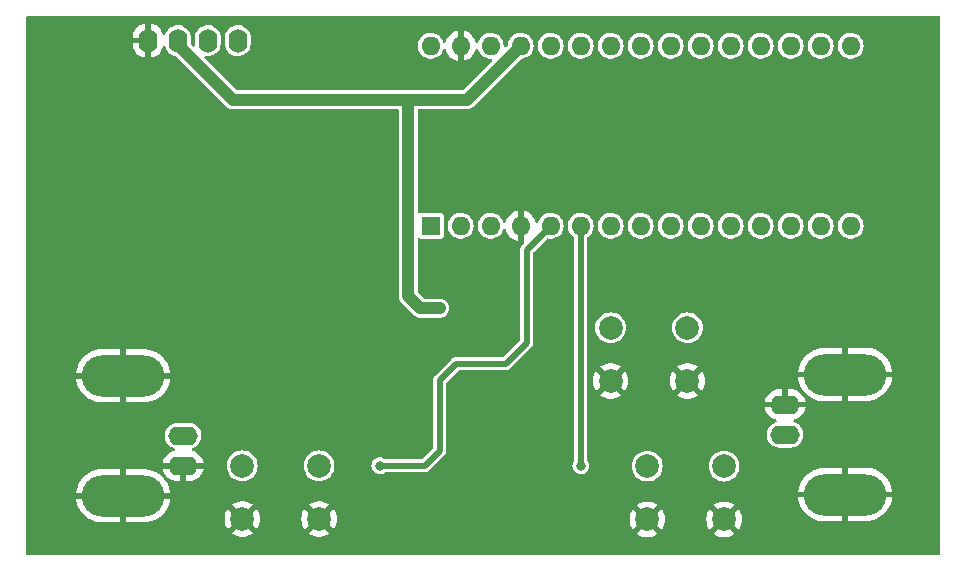
<source format=gbr>
%TF.GenerationSoftware,KiCad,Pcbnew,7.0.10*%
%TF.CreationDate,2024-02-22T19:55:08+01:00*%
%TF.ProjectId,Unibias,556e6962-6961-4732-9e6b-696361645f70,rev?*%
%TF.SameCoordinates,Original*%
%TF.FileFunction,Copper,L2,Bot*%
%TF.FilePolarity,Positive*%
%FSLAX46Y46*%
G04 Gerber Fmt 4.6, Leading zero omitted, Abs format (unit mm)*
G04 Created by KiCad (PCBNEW 7.0.10) date 2024-02-22 19:55:08*
%MOMM*%
%LPD*%
G01*
G04 APERTURE LIST*
%TA.AperFunction,ComponentPad*%
%ADD10O,2.500000X1.600000*%
%TD*%
%TA.AperFunction,ComponentPad*%
%ADD11O,7.000000X3.500000*%
%TD*%
%TA.AperFunction,ComponentPad*%
%ADD12R,1.600000X1.600000*%
%TD*%
%TA.AperFunction,ComponentPad*%
%ADD13O,1.600000X1.600000*%
%TD*%
%TA.AperFunction,ComponentPad*%
%ADD14C,2.000000*%
%TD*%
%TA.AperFunction,ComponentPad*%
%ADD15O,1.600000X2.000000*%
%TD*%
%TA.AperFunction,ViaPad*%
%ADD16C,0.800000*%
%TD*%
%TA.AperFunction,Conductor*%
%ADD17C,0.500000*%
%TD*%
%TA.AperFunction,Conductor*%
%ADD18C,1.000000*%
%TD*%
G04 APERTURE END LIST*
D10*
%TO.P,J2,1,In*%
%TO.N,Net-(J2-In)*%
X184950000Y-96420000D03*
D11*
%TO.P,J2,2,Ext*%
%TO.N,GND*%
X190030000Y-91340000D03*
D10*
X184950000Y-93880000D03*
D11*
X190030000Y-101500000D03*
%TD*%
D12*
%TO.P,A1,1,D1/TX*%
%TO.N,unconnected-(A1-D1{slash}TX-Pad1)*%
X154940000Y-78740000D03*
D13*
%TO.P,A1,2,D0/RX*%
%TO.N,unconnected-(A1-D0{slash}RX-Pad2)*%
X157480000Y-78740000D03*
%TO.P,A1,3,~{RESET}*%
%TO.N,unconnected-(A1-~{RESET}-Pad3)*%
X160020000Y-78740000D03*
%TO.P,A1,4,GND*%
%TO.N,GND*%
X162560000Y-78740000D03*
%TO.P,A1,5,D2*%
%TO.N,Net-(A1-D2)*%
X165100000Y-78740000D03*
%TO.P,A1,6,D3*%
%TO.N,Net-(A1-D3)*%
X167640000Y-78740000D03*
%TO.P,A1,7,D4*%
%TO.N,Net-(A1-D4)*%
X170180000Y-78740000D03*
%TO.P,A1,8,D5*%
%TO.N,unconnected-(A1-D5-Pad8)*%
X172720000Y-78740000D03*
%TO.P,A1,9,D6*%
%TO.N,unconnected-(A1-D6-Pad9)*%
X175260000Y-78740000D03*
%TO.P,A1,10,D7*%
%TO.N,unconnected-(A1-D7-Pad10)*%
X177800000Y-78740000D03*
%TO.P,A1,11,D8*%
%TO.N,unconnected-(A1-D8-Pad11)*%
X180340000Y-78740000D03*
%TO.P,A1,12,D9*%
%TO.N,unconnected-(A1-D9-Pad12)*%
X182880000Y-78740000D03*
%TO.P,A1,13,D10*%
%TO.N,Net-(A1-D10)*%
X185420000Y-78740000D03*
%TO.P,A1,14,D11*%
%TO.N,Net-(A1-D11)*%
X187960000Y-78740000D03*
%TO.P,A1,15,D12*%
%TO.N,Net-(A1-D12)*%
X190500000Y-78740000D03*
%TO.P,A1,16,D13*%
%TO.N,unconnected-(A1-D13-Pad16)*%
X190500000Y-63500000D03*
%TO.P,A1,17,3V3*%
%TO.N,unconnected-(A1-3V3-Pad17)*%
X187960000Y-63500000D03*
%TO.P,A1,18,AREF*%
%TO.N,unconnected-(A1-AREF-Pad18)*%
X185420000Y-63500000D03*
%TO.P,A1,19,A0*%
%TO.N,unconnected-(A1-A0-Pad19)*%
X182880000Y-63500000D03*
%TO.P,A1,20,A1*%
%TO.N,unconnected-(A1-A1-Pad20)*%
X180340000Y-63500000D03*
%TO.P,A1,21,A2*%
%TO.N,unconnected-(A1-A2-Pad21)*%
X177800000Y-63500000D03*
%TO.P,A1,22,A3*%
%TO.N,unconnected-(A1-A3-Pad22)*%
X175260000Y-63500000D03*
%TO.P,A1,23,A4*%
%TO.N,Net-(A1-A4)*%
X172720000Y-63500000D03*
%TO.P,A1,24,A5*%
%TO.N,Net-(A1-A5)*%
X170180000Y-63500000D03*
%TO.P,A1,25,A6*%
%TO.N,unconnected-(A1-A6-Pad25)*%
X167640000Y-63500000D03*
%TO.P,A1,26,A7*%
%TO.N,unconnected-(A1-A7-Pad26)*%
X165100000Y-63500000D03*
%TO.P,A1,27,+5V*%
%TO.N,Net-(A1-+5V)*%
X162560000Y-63500000D03*
%TO.P,A1,28,~{RESET}*%
%TO.N,unconnected-(A1-~{RESET}-Pad28)*%
X160020000Y-63500000D03*
%TO.P,A1,29,GND*%
%TO.N,GND*%
X157480000Y-63500000D03*
%TO.P,A1,30,VIN*%
%TO.N,unconnected-(A1-VIN-Pad30)*%
X154940000Y-63500000D03*
%TD*%
D10*
%TO.P,J1,1,In*%
%TO.N,Net-(J1-In)*%
X133980000Y-96520000D03*
D11*
%TO.P,J1,2,Ext*%
%TO.N,GND*%
X128900000Y-101600000D03*
D10*
X133980000Y-99060000D03*
D11*
X128900000Y-91440000D03*
%TD*%
D14*
%TO.P,SW2,1,1*%
%TO.N,GND*%
X179780000Y-103596000D03*
X173280000Y-103596000D03*
%TO.P,SW2,2,2*%
%TO.N,Net-(R6-Pad2)*%
X179780000Y-99096000D03*
X173280000Y-99096000D03*
%TD*%
D15*
%TO.P,Brd1,1,GND*%
%TO.N,GND*%
X131000000Y-63060000D03*
%TO.P,Brd1,2,VCC*%
%TO.N,Net-(A1-+5V)*%
X133540000Y-63060000D03*
%TO.P,Brd1,3,SCL*%
%TO.N,Net-(A1-A5)*%
X136080000Y-63060000D03*
%TO.P,Brd1,4,SDA*%
%TO.N,Net-(A1-A4)*%
X138620000Y-63060000D03*
%TD*%
D14*
%TO.P,SW1,1,1*%
%TO.N,GND*%
X145490000Y-103560000D03*
X138990000Y-103560000D03*
%TO.P,SW1,2,2*%
%TO.N,Net-(R5-Pad2)*%
X145490000Y-99060000D03*
X138990000Y-99060000D03*
%TD*%
%TO.P,SW3,1,1*%
%TO.N,GND*%
X176680000Y-91876000D03*
X170180000Y-91876000D03*
%TO.P,SW3,2,2*%
%TO.N,Net-(R7-Pad2)*%
X176680000Y-87376000D03*
X170180000Y-87376000D03*
%TD*%
D16*
%TO.N,GND*%
X168656000Y-81280000D03*
X161290000Y-85725000D03*
X196850000Y-80010000D03*
X121920000Y-105410000D03*
X148209000Y-81788000D03*
X121920000Y-62230000D03*
X156972000Y-104775000D03*
X174498000Y-81915000D03*
X159385000Y-85725000D03*
X144653000Y-63373000D03*
X196850000Y-105537000D03*
X196850000Y-62230000D03*
X121412000Y-81534000D03*
X165862000Y-65659000D03*
X165354000Y-81280000D03*
%TO.N,Net-(A1-+5V)*%
X155702000Y-85725000D03*
X154051000Y-85725000D03*
%TO.N,Net-(A1-D3)*%
X167640000Y-99060000D03*
%TO.N,Net-(A1-D2)*%
X150622000Y-99060000D03*
%TD*%
D17*
%TO.N,Net-(A1-D2)*%
X161290000Y-90424000D02*
X163068000Y-88646000D01*
X155702000Y-91821000D02*
X157099000Y-90424000D01*
X154432000Y-99060000D02*
X155702000Y-97790000D01*
X163068000Y-88646000D02*
X163068000Y-80772000D01*
X150622000Y-99060000D02*
X154432000Y-99060000D01*
X155702000Y-97790000D02*
X155702000Y-91821000D01*
X157099000Y-90424000D02*
X161290000Y-90424000D01*
X163068000Y-80772000D02*
X165100000Y-78740000D01*
D18*
%TO.N,Net-(A1-+5V)*%
X151257000Y-68072000D02*
X153035000Y-68072000D01*
X153035000Y-68072000D02*
X157988000Y-68072000D01*
X154051000Y-85725000D02*
X153035000Y-84709000D01*
X153035000Y-84709000D02*
X153035000Y-68072000D01*
X154051000Y-85725000D02*
X155702000Y-85725000D01*
X157988000Y-68072000D02*
X162560000Y-63500000D01*
D17*
X133540000Y-63060000D02*
X133540000Y-63436000D01*
D18*
X138176000Y-68072000D02*
X151257000Y-68072000D01*
X133540000Y-63436000D02*
X138176000Y-68072000D01*
D17*
%TO.N,Net-(A1-D3)*%
X167640000Y-99060000D02*
X167640000Y-78740000D01*
%TD*%
%TA.AperFunction,Conductor*%
%TO.N,GND*%
G36*
X198037539Y-61005185D02*
G01*
X198083294Y-61057989D01*
X198094500Y-61109500D01*
X198094500Y-106530500D01*
X198074815Y-106597539D01*
X198022011Y-106643294D01*
X197970500Y-106654500D01*
X120799500Y-106654500D01*
X120732461Y-106634815D01*
X120686706Y-106582011D01*
X120675500Y-106530500D01*
X120675500Y-101350000D01*
X124910385Y-101350000D01*
X127926589Y-101350000D01*
X127901466Y-101447030D01*
X127891114Y-101651165D01*
X127921574Y-101850000D01*
X124913793Y-101850000D01*
X124926375Y-101975076D01*
X124926376Y-101975079D01*
X124996208Y-102268107D01*
X124996210Y-102268116D01*
X125104474Y-102549216D01*
X125104481Y-102549231D01*
X125249248Y-102813395D01*
X125249252Y-102813401D01*
X125427935Y-103055911D01*
X125637355Y-103272451D01*
X125637362Y-103272457D01*
X125873768Y-103459145D01*
X126132948Y-103612657D01*
X126132966Y-103612666D01*
X126410283Y-103730260D01*
X126410300Y-103730265D01*
X126700826Y-103809848D01*
X126999384Y-103850000D01*
X128650000Y-103850000D01*
X128650000Y-102574625D01*
X128797801Y-102605000D01*
X128950967Y-102605000D01*
X129103348Y-102589504D01*
X129150000Y-102574867D01*
X129150000Y-103850000D01*
X130725236Y-103850000D01*
X130950564Y-103834915D01*
X130950573Y-103834913D01*
X131245758Y-103774916D01*
X131245773Y-103774912D01*
X131530343Y-103676098D01*
X131530346Y-103676096D01*
X131760084Y-103560005D01*
X137484859Y-103560005D01*
X137505385Y-103807729D01*
X137505387Y-103807738D01*
X137566412Y-104048717D01*
X137666266Y-104276364D01*
X137766564Y-104429882D01*
X138464070Y-103732376D01*
X138466884Y-103745915D01*
X138536442Y-103880156D01*
X138639638Y-103990652D01*
X138768819Y-104069209D01*
X138820002Y-104083549D01*
X138119942Y-104783609D01*
X138166768Y-104820055D01*
X138166770Y-104820056D01*
X138385385Y-104938364D01*
X138385396Y-104938369D01*
X138620506Y-105019083D01*
X138865707Y-105060000D01*
X139114293Y-105060000D01*
X139359493Y-105019083D01*
X139594603Y-104938369D01*
X139594614Y-104938364D01*
X139813228Y-104820057D01*
X139813231Y-104820055D01*
X139860056Y-104783609D01*
X139161568Y-104085121D01*
X139278458Y-104034349D01*
X139395739Y-103938934D01*
X139482928Y-103815415D01*
X139513354Y-103729802D01*
X140213434Y-104429882D01*
X140313731Y-104276369D01*
X140413587Y-104048717D01*
X140474612Y-103807738D01*
X140474614Y-103807729D01*
X140495141Y-103560005D01*
X143984859Y-103560005D01*
X144005385Y-103807729D01*
X144005387Y-103807738D01*
X144066412Y-104048717D01*
X144166266Y-104276364D01*
X144266564Y-104429882D01*
X144964070Y-103732376D01*
X144966884Y-103745915D01*
X145036442Y-103880156D01*
X145139638Y-103990652D01*
X145268819Y-104069209D01*
X145320002Y-104083549D01*
X144619942Y-104783609D01*
X144666768Y-104820055D01*
X144666770Y-104820056D01*
X144885385Y-104938364D01*
X144885396Y-104938369D01*
X145120506Y-105019083D01*
X145365707Y-105060000D01*
X145614293Y-105060000D01*
X145859493Y-105019083D01*
X146094603Y-104938369D01*
X146094614Y-104938364D01*
X146313228Y-104820057D01*
X146313231Y-104820055D01*
X146360056Y-104783609D01*
X145661568Y-104085121D01*
X145778458Y-104034349D01*
X145895739Y-103938934D01*
X145982928Y-103815415D01*
X146013354Y-103729802D01*
X146713434Y-104429882D01*
X146813731Y-104276369D01*
X146913587Y-104048717D01*
X146974612Y-103807738D01*
X146974614Y-103807729D01*
X146992158Y-103596005D01*
X171774859Y-103596005D01*
X171795385Y-103843729D01*
X171795387Y-103843738D01*
X171856412Y-104084717D01*
X171956266Y-104312364D01*
X172056564Y-104465882D01*
X172754070Y-103768376D01*
X172756884Y-103781915D01*
X172826442Y-103916156D01*
X172929638Y-104026652D01*
X173058819Y-104105209D01*
X173110002Y-104119549D01*
X172409942Y-104819609D01*
X172456768Y-104856055D01*
X172456770Y-104856056D01*
X172675385Y-104974364D01*
X172675396Y-104974369D01*
X172910506Y-105055083D01*
X173155707Y-105096000D01*
X173404293Y-105096000D01*
X173649493Y-105055083D01*
X173884603Y-104974369D01*
X173884614Y-104974364D01*
X174103228Y-104856057D01*
X174103231Y-104856055D01*
X174150056Y-104819609D01*
X173451568Y-104121121D01*
X173568458Y-104070349D01*
X173685739Y-103974934D01*
X173772928Y-103851415D01*
X173803354Y-103765802D01*
X174503434Y-104465882D01*
X174603731Y-104312369D01*
X174703587Y-104084717D01*
X174764612Y-103843738D01*
X174764614Y-103843729D01*
X174785141Y-103596005D01*
X178274859Y-103596005D01*
X178295385Y-103843729D01*
X178295387Y-103843738D01*
X178356412Y-104084717D01*
X178456266Y-104312364D01*
X178556564Y-104465882D01*
X179254070Y-103768376D01*
X179256884Y-103781915D01*
X179326442Y-103916156D01*
X179429638Y-104026652D01*
X179558819Y-104105209D01*
X179610002Y-104119549D01*
X178909942Y-104819609D01*
X178956768Y-104856055D01*
X178956770Y-104856056D01*
X179175385Y-104974364D01*
X179175396Y-104974369D01*
X179410506Y-105055083D01*
X179655707Y-105096000D01*
X179904293Y-105096000D01*
X180149493Y-105055083D01*
X180384603Y-104974369D01*
X180384614Y-104974364D01*
X180603228Y-104856057D01*
X180603231Y-104856055D01*
X180650056Y-104819609D01*
X179951568Y-104121121D01*
X180068458Y-104070349D01*
X180185739Y-103974934D01*
X180272928Y-103851415D01*
X180303354Y-103765802D01*
X181003434Y-104465882D01*
X181103731Y-104312369D01*
X181203587Y-104084717D01*
X181264612Y-103843738D01*
X181264614Y-103843729D01*
X181285141Y-103596005D01*
X181285141Y-103595994D01*
X181264614Y-103348270D01*
X181264612Y-103348261D01*
X181203587Y-103107282D01*
X181103731Y-102879630D01*
X181003434Y-102726116D01*
X180305929Y-103423622D01*
X180303116Y-103410085D01*
X180233558Y-103275844D01*
X180130362Y-103165348D01*
X180001181Y-103086791D01*
X179949997Y-103072450D01*
X180650057Y-102372390D01*
X180650056Y-102372389D01*
X180603229Y-102335943D01*
X180384614Y-102217635D01*
X180384603Y-102217630D01*
X180149493Y-102136916D01*
X179904293Y-102096000D01*
X179655707Y-102096000D01*
X179410506Y-102136916D01*
X179175396Y-102217630D01*
X179175390Y-102217632D01*
X178956761Y-102335949D01*
X178909942Y-102372388D01*
X178909942Y-102372390D01*
X179608431Y-103070878D01*
X179491542Y-103121651D01*
X179374261Y-103217066D01*
X179287072Y-103340585D01*
X179256645Y-103426197D01*
X178556564Y-102726116D01*
X178456267Y-102879632D01*
X178356412Y-103107282D01*
X178295387Y-103348261D01*
X178295385Y-103348270D01*
X178274859Y-103595994D01*
X178274859Y-103596005D01*
X174785141Y-103596005D01*
X174785141Y-103595994D01*
X174764614Y-103348270D01*
X174764612Y-103348261D01*
X174703587Y-103107282D01*
X174603731Y-102879630D01*
X174503434Y-102726116D01*
X173805929Y-103423622D01*
X173803116Y-103410085D01*
X173733558Y-103275844D01*
X173630362Y-103165348D01*
X173501181Y-103086791D01*
X173449997Y-103072450D01*
X174150057Y-102372390D01*
X174150056Y-102372389D01*
X174103229Y-102335943D01*
X173884614Y-102217635D01*
X173884603Y-102217630D01*
X173649493Y-102136916D01*
X173404293Y-102096000D01*
X173155707Y-102096000D01*
X172910506Y-102136916D01*
X172675396Y-102217630D01*
X172675390Y-102217632D01*
X172456761Y-102335949D01*
X172409942Y-102372388D01*
X172409942Y-102372390D01*
X173108431Y-103070878D01*
X172991542Y-103121651D01*
X172874261Y-103217066D01*
X172787072Y-103340585D01*
X172756645Y-103426197D01*
X172056564Y-102726116D01*
X171956267Y-102879632D01*
X171856412Y-103107282D01*
X171795387Y-103348261D01*
X171795385Y-103348270D01*
X171774859Y-103595994D01*
X171774859Y-103596005D01*
X146992158Y-103596005D01*
X146995141Y-103560005D01*
X146995141Y-103559994D01*
X146974614Y-103312270D01*
X146974612Y-103312261D01*
X146913587Y-103071282D01*
X146813731Y-102843630D01*
X146713434Y-102690116D01*
X146015929Y-103387622D01*
X146013116Y-103374085D01*
X145943558Y-103239844D01*
X145840362Y-103129348D01*
X145711181Y-103050791D01*
X145659997Y-103036450D01*
X146360057Y-102336390D01*
X146360056Y-102336389D01*
X146313229Y-102299943D01*
X146094614Y-102181635D01*
X146094603Y-102181630D01*
X145859493Y-102100916D01*
X145614293Y-102060000D01*
X145365707Y-102060000D01*
X145120506Y-102100916D01*
X144885396Y-102181630D01*
X144885390Y-102181632D01*
X144666761Y-102299949D01*
X144619942Y-102336388D01*
X144619942Y-102336390D01*
X145318431Y-103034878D01*
X145201542Y-103085651D01*
X145084261Y-103181066D01*
X144997072Y-103304585D01*
X144966645Y-103390197D01*
X144266564Y-102690116D01*
X144166267Y-102843632D01*
X144066412Y-103071282D01*
X144005387Y-103312261D01*
X144005385Y-103312270D01*
X143984859Y-103559994D01*
X143984859Y-103560005D01*
X140495141Y-103560005D01*
X140495141Y-103559994D01*
X140474614Y-103312270D01*
X140474612Y-103312261D01*
X140413587Y-103071282D01*
X140313731Y-102843630D01*
X140213434Y-102690116D01*
X139515929Y-103387622D01*
X139513116Y-103374085D01*
X139443558Y-103239844D01*
X139340362Y-103129348D01*
X139211181Y-103050791D01*
X139159997Y-103036450D01*
X139860057Y-102336390D01*
X139860056Y-102336389D01*
X139813229Y-102299943D01*
X139594614Y-102181635D01*
X139594603Y-102181630D01*
X139359493Y-102100916D01*
X139114293Y-102060000D01*
X138865707Y-102060000D01*
X138620506Y-102100916D01*
X138385396Y-102181630D01*
X138385390Y-102181632D01*
X138166761Y-102299949D01*
X138119942Y-102336388D01*
X138119942Y-102336390D01*
X138818431Y-103034878D01*
X138701542Y-103085651D01*
X138584261Y-103181066D01*
X138497072Y-103304585D01*
X138466645Y-103390197D01*
X137766564Y-102690116D01*
X137666267Y-102843632D01*
X137566412Y-103071282D01*
X137505387Y-103312261D01*
X137505385Y-103312270D01*
X137484859Y-103559994D01*
X137484859Y-103560005D01*
X131760084Y-103560005D01*
X131799198Y-103540240D01*
X132047564Y-103369745D01*
X132270971Y-103167685D01*
X132465464Y-102937638D01*
X132627554Y-102683728D01*
X132627555Y-102683726D01*
X132754351Y-102410485D01*
X132754356Y-102410471D01*
X132843605Y-102122765D01*
X132889615Y-101850000D01*
X129873411Y-101850000D01*
X129898534Y-101752970D01*
X129908886Y-101548835D01*
X129878426Y-101350000D01*
X132886207Y-101350000D01*
X132886207Y-101349999D01*
X132876147Y-101250000D01*
X186040385Y-101250000D01*
X189056589Y-101250000D01*
X189031466Y-101347030D01*
X189021114Y-101551165D01*
X189051574Y-101750000D01*
X186043793Y-101750000D01*
X186056375Y-101875076D01*
X186056376Y-101875079D01*
X186126208Y-102168107D01*
X186126210Y-102168116D01*
X186234474Y-102449216D01*
X186234481Y-102449231D01*
X186379248Y-102713395D01*
X186379252Y-102713401D01*
X186557935Y-102955911D01*
X186767355Y-103172451D01*
X186767362Y-103172457D01*
X187003768Y-103359145D01*
X187262948Y-103512657D01*
X187262966Y-103512666D01*
X187540283Y-103630260D01*
X187540300Y-103630265D01*
X187830826Y-103709848D01*
X188129384Y-103750000D01*
X189780000Y-103750000D01*
X189780000Y-102474625D01*
X189927801Y-102505000D01*
X190080967Y-102505000D01*
X190233348Y-102489504D01*
X190280000Y-102474867D01*
X190280000Y-103750000D01*
X191855236Y-103750000D01*
X192080564Y-103734915D01*
X192080573Y-103734913D01*
X192375758Y-103674916D01*
X192375773Y-103674912D01*
X192660343Y-103576098D01*
X192660346Y-103576096D01*
X192929198Y-103440240D01*
X193177564Y-103269745D01*
X193400971Y-103067685D01*
X193595464Y-102837638D01*
X193757554Y-102583728D01*
X193757555Y-102583726D01*
X193884351Y-102310485D01*
X193884356Y-102310471D01*
X193973605Y-102022765D01*
X194019615Y-101750000D01*
X191003411Y-101750000D01*
X191028534Y-101652970D01*
X191038886Y-101448835D01*
X191008426Y-101250000D01*
X194016207Y-101250000D01*
X194016207Y-101249999D01*
X194003624Y-101124923D01*
X194003623Y-101124920D01*
X193933791Y-100831892D01*
X193933789Y-100831883D01*
X193825525Y-100550783D01*
X193825518Y-100550768D01*
X193680751Y-100286604D01*
X193680747Y-100286598D01*
X193502064Y-100044088D01*
X193292644Y-99827548D01*
X193292637Y-99827542D01*
X193056231Y-99640854D01*
X192797051Y-99487342D01*
X192797033Y-99487333D01*
X192519716Y-99369739D01*
X192519699Y-99369734D01*
X192229173Y-99290151D01*
X191930617Y-99250000D01*
X190280000Y-99250000D01*
X190280000Y-100525374D01*
X190132199Y-100495000D01*
X189979033Y-100495000D01*
X189826652Y-100510496D01*
X189780000Y-100525132D01*
X189780000Y-99250000D01*
X188204764Y-99250000D01*
X187979435Y-99265084D01*
X187979426Y-99265086D01*
X187684241Y-99325083D01*
X187684226Y-99325087D01*
X187399656Y-99423901D01*
X187399653Y-99423903D01*
X187130801Y-99559759D01*
X186882435Y-99730254D01*
X186659028Y-99932314D01*
X186464535Y-100162361D01*
X186302445Y-100416271D01*
X186302444Y-100416273D01*
X186175648Y-100689514D01*
X186175643Y-100689528D01*
X186086394Y-100977234D01*
X186040385Y-101250000D01*
X132876147Y-101250000D01*
X132873624Y-101224923D01*
X132873623Y-101224920D01*
X132803791Y-100931892D01*
X132803789Y-100931883D01*
X132695525Y-100650783D01*
X132695518Y-100650768D01*
X132550751Y-100386604D01*
X132550747Y-100386598D01*
X132372064Y-100144088D01*
X132162644Y-99927548D01*
X132162637Y-99927542D01*
X131926231Y-99740854D01*
X131667051Y-99587342D01*
X131667033Y-99587333D01*
X131389716Y-99469739D01*
X131389699Y-99469734D01*
X131099173Y-99390151D01*
X130800617Y-99350000D01*
X129150000Y-99350000D01*
X129150000Y-100625374D01*
X129002199Y-100595000D01*
X128849033Y-100595000D01*
X128696652Y-100610496D01*
X128650000Y-100625132D01*
X128650000Y-99350000D01*
X127074764Y-99350000D01*
X126849435Y-99365084D01*
X126849426Y-99365086D01*
X126554241Y-99425083D01*
X126554226Y-99425087D01*
X126269656Y-99523901D01*
X126269653Y-99523903D01*
X126000801Y-99659759D01*
X125752435Y-99830254D01*
X125529028Y-100032314D01*
X125334535Y-100262361D01*
X125172445Y-100516271D01*
X125172444Y-100516273D01*
X125045648Y-100789514D01*
X125045643Y-100789528D01*
X124956394Y-101077234D01*
X124910385Y-101350000D01*
X120675500Y-101350000D01*
X120675500Y-98809999D01*
X132251127Y-98809999D01*
X132251128Y-98810000D01*
X133610497Y-98810000D01*
X133561083Y-98895587D01*
X133531232Y-99026370D01*
X133541257Y-99160140D01*
X133590266Y-99285013D01*
X133610193Y-99310000D01*
X132251128Y-99310000D01*
X132303730Y-99506317D01*
X132303734Y-99506326D01*
X132399865Y-99712482D01*
X132530342Y-99898820D01*
X132691179Y-100059657D01*
X132877517Y-100190134D01*
X133083673Y-100286265D01*
X133083682Y-100286269D01*
X133303389Y-100345139D01*
X133303400Y-100345141D01*
X133473233Y-100359999D01*
X133473236Y-100360000D01*
X133730000Y-100360000D01*
X133730000Y-99428137D01*
X133784741Y-99465459D01*
X133912927Y-99505000D01*
X134013346Y-99505000D01*
X134112647Y-99490033D01*
X134230000Y-99433518D01*
X134230000Y-100360000D01*
X134486764Y-100360000D01*
X134486766Y-100359999D01*
X134656599Y-100345141D01*
X134656610Y-100345139D01*
X134876317Y-100286269D01*
X134876326Y-100286265D01*
X135082482Y-100190134D01*
X135268820Y-100059657D01*
X135429657Y-99898820D01*
X135560134Y-99712482D01*
X135656265Y-99506326D01*
X135656269Y-99506317D01*
X135708872Y-99310000D01*
X134349503Y-99310000D01*
X134398917Y-99224413D01*
X134428768Y-99093630D01*
X134426248Y-99060001D01*
X137684532Y-99060001D01*
X137704364Y-99286686D01*
X137704366Y-99286697D01*
X137763258Y-99506488D01*
X137763261Y-99506497D01*
X137859431Y-99712732D01*
X137859432Y-99712734D01*
X137989954Y-99899141D01*
X138150858Y-100060045D01*
X138150861Y-100060047D01*
X138337266Y-100190568D01*
X138543504Y-100286739D01*
X138763308Y-100345635D01*
X138925230Y-100359801D01*
X138989998Y-100365468D01*
X138990000Y-100365468D01*
X138990002Y-100365468D01*
X139052511Y-100359999D01*
X139216692Y-100345635D01*
X139436496Y-100286739D01*
X139642734Y-100190568D01*
X139829139Y-100060047D01*
X139990047Y-99899139D01*
X140120568Y-99712734D01*
X140216739Y-99506496D01*
X140275635Y-99286692D01*
X140295468Y-99060001D01*
X144184532Y-99060001D01*
X144204364Y-99286686D01*
X144204366Y-99286697D01*
X144263258Y-99506488D01*
X144263261Y-99506497D01*
X144359431Y-99712732D01*
X144359432Y-99712734D01*
X144489954Y-99899141D01*
X144650858Y-100060045D01*
X144650861Y-100060047D01*
X144837266Y-100190568D01*
X145043504Y-100286739D01*
X145263308Y-100345635D01*
X145425230Y-100359801D01*
X145489998Y-100365468D01*
X145490000Y-100365468D01*
X145490002Y-100365468D01*
X145552511Y-100359999D01*
X145716692Y-100345635D01*
X145936496Y-100286739D01*
X146142734Y-100190568D01*
X146329139Y-100060047D01*
X146490047Y-99899139D01*
X146620568Y-99712734D01*
X146716739Y-99506496D01*
X146775635Y-99286692D01*
X146795468Y-99060000D01*
X149916355Y-99060000D01*
X149936859Y-99228869D01*
X149936860Y-99228874D01*
X149997182Y-99387931D01*
X150032624Y-99439276D01*
X150093817Y-99527929D01*
X150187021Y-99610500D01*
X150221150Y-99640736D01*
X150357851Y-99712482D01*
X150371775Y-99719790D01*
X150536944Y-99760500D01*
X150707056Y-99760500D01*
X150872225Y-99719790D01*
X150961547Y-99672909D01*
X151022845Y-99640738D01*
X151022846Y-99640736D01*
X151022852Y-99640734D01*
X151022856Y-99640730D01*
X151029020Y-99636476D01*
X151029960Y-99637839D01*
X151085011Y-99611963D01*
X151104006Y-99610500D01*
X154420478Y-99610500D01*
X154424710Y-99610572D01*
X154426674Y-99610639D01*
X154488826Y-99612762D01*
X154528755Y-99603030D01*
X154541192Y-99600667D01*
X154581920Y-99595070D01*
X154598383Y-99587918D01*
X154618416Y-99581181D01*
X154635852Y-99576933D01*
X154671695Y-99556778D01*
X154683015Y-99551157D01*
X154720720Y-99534780D01*
X154734632Y-99523460D01*
X154752123Y-99511557D01*
X154761123Y-99506497D01*
X154767759Y-99502766D01*
X154796822Y-99473701D01*
X154806229Y-99465212D01*
X154838108Y-99439278D01*
X154848456Y-99424616D01*
X154862074Y-99408449D01*
X156083130Y-98187392D01*
X156086115Y-98184507D01*
X156133044Y-98140680D01*
X156154391Y-98105572D01*
X156161539Y-98095072D01*
X156186359Y-98062345D01*
X156186359Y-98062344D01*
X156186361Y-98062342D01*
X156192945Y-98045643D01*
X156202344Y-98026719D01*
X156211672Y-98011382D01*
X156222760Y-97971805D01*
X156226800Y-97959792D01*
X156241876Y-97921564D01*
X156243711Y-97903716D01*
X156247658Y-97882944D01*
X156252500Y-97865665D01*
X156252500Y-97824581D01*
X156253150Y-97811901D01*
X156253762Y-97805944D01*
X156257352Y-97771028D01*
X156254303Y-97753343D01*
X156252500Y-97732275D01*
X156252500Y-92100386D01*
X156272185Y-92033347D01*
X156288819Y-92012705D01*
X157290705Y-91010819D01*
X157352028Y-90977334D01*
X157378386Y-90974500D01*
X161278478Y-90974500D01*
X161282710Y-90974572D01*
X161284674Y-90974639D01*
X161346826Y-90976762D01*
X161386755Y-90967030D01*
X161399192Y-90964667D01*
X161439920Y-90959070D01*
X161456383Y-90951918D01*
X161476416Y-90945181D01*
X161493852Y-90940933D01*
X161529695Y-90920778D01*
X161541015Y-90915157D01*
X161578720Y-90898780D01*
X161592632Y-90887460D01*
X161610123Y-90875557D01*
X161625755Y-90866768D01*
X161625753Y-90866768D01*
X161625759Y-90866766D01*
X161654822Y-90837701D01*
X161664229Y-90829212D01*
X161696108Y-90803278D01*
X161706456Y-90788616D01*
X161720074Y-90772449D01*
X163449145Y-89043378D01*
X163452130Y-89040493D01*
X163499044Y-88996680D01*
X163520392Y-88961572D01*
X163527525Y-88951091D01*
X163552361Y-88918342D01*
X163558943Y-88901648D01*
X163568344Y-88882719D01*
X163577672Y-88867382D01*
X163588760Y-88827805D01*
X163592800Y-88815792D01*
X163607876Y-88777564D01*
X163609711Y-88759716D01*
X163613658Y-88738944D01*
X163618500Y-88721665D01*
X163618500Y-88680581D01*
X163619150Y-88667901D01*
X163619794Y-88661633D01*
X163623352Y-88627028D01*
X163620303Y-88609343D01*
X163618500Y-88588275D01*
X163618500Y-81051386D01*
X163638185Y-80984347D01*
X163654814Y-80963709D01*
X164766456Y-79852067D01*
X164827777Y-79818584D01*
X164876915Y-79817861D01*
X164998024Y-79840500D01*
X164998026Y-79840500D01*
X165201974Y-79840500D01*
X165201976Y-79840500D01*
X165402456Y-79803024D01*
X165592637Y-79729348D01*
X165766041Y-79621981D01*
X165916764Y-79484579D01*
X166039673Y-79321821D01*
X166130582Y-79139250D01*
X166186397Y-78943083D01*
X166205215Y-78740000D01*
X166534785Y-78740000D01*
X166553602Y-78943082D01*
X166609417Y-79139247D01*
X166609422Y-79139260D01*
X166659585Y-79240000D01*
X166700327Y-79321821D01*
X166823236Y-79484579D01*
X166973959Y-79621981D01*
X167030778Y-79657161D01*
X167077412Y-79709187D01*
X167089500Y-79762587D01*
X167089500Y-98585761D01*
X167069815Y-98652800D01*
X167067550Y-98656201D01*
X167015183Y-98732068D01*
X167015182Y-98732068D01*
X166954860Y-98891125D01*
X166954859Y-98891130D01*
X166934355Y-99060000D01*
X166954859Y-99228869D01*
X166954860Y-99228874D01*
X167015182Y-99387931D01*
X167050624Y-99439276D01*
X167111817Y-99527929D01*
X167205021Y-99610500D01*
X167239150Y-99640736D01*
X167375851Y-99712482D01*
X167389775Y-99719790D01*
X167554944Y-99760500D01*
X167725056Y-99760500D01*
X167890225Y-99719790D01*
X167969692Y-99678081D01*
X168040849Y-99640736D01*
X168040850Y-99640734D01*
X168040852Y-99640734D01*
X168168183Y-99527929D01*
X168264818Y-99387930D01*
X168325140Y-99228872D01*
X168341274Y-99096001D01*
X171974532Y-99096001D01*
X171994364Y-99322686D01*
X171994366Y-99322697D01*
X172053258Y-99542488D01*
X172053261Y-99542497D01*
X172149431Y-99748732D01*
X172149432Y-99748734D01*
X172279954Y-99935141D01*
X172440858Y-100096045D01*
X172440861Y-100096047D01*
X172627266Y-100226568D01*
X172833504Y-100322739D01*
X173053308Y-100381635D01*
X173215230Y-100395801D01*
X173279998Y-100401468D01*
X173280000Y-100401468D01*
X173280002Y-100401468D01*
X173336673Y-100396509D01*
X173506692Y-100381635D01*
X173726496Y-100322739D01*
X173932734Y-100226568D01*
X174119139Y-100096047D01*
X174280047Y-99935139D01*
X174410568Y-99748734D01*
X174506739Y-99542496D01*
X174565635Y-99322692D01*
X174585468Y-99096001D01*
X178474532Y-99096001D01*
X178494364Y-99322686D01*
X178494366Y-99322697D01*
X178553258Y-99542488D01*
X178553261Y-99542497D01*
X178649431Y-99748732D01*
X178649432Y-99748734D01*
X178779954Y-99935141D01*
X178940858Y-100096045D01*
X178940861Y-100096047D01*
X179127266Y-100226568D01*
X179333504Y-100322739D01*
X179553308Y-100381635D01*
X179715230Y-100395801D01*
X179779998Y-100401468D01*
X179780000Y-100401468D01*
X179780002Y-100401468D01*
X179836673Y-100396509D01*
X180006692Y-100381635D01*
X180226496Y-100322739D01*
X180432734Y-100226568D01*
X180619139Y-100096047D01*
X180780047Y-99935139D01*
X180910568Y-99748734D01*
X181006739Y-99542496D01*
X181065635Y-99322692D01*
X181085468Y-99096000D01*
X181082318Y-99060001D01*
X181067544Y-98891128D01*
X181065635Y-98869308D01*
X181017100Y-98688171D01*
X181006741Y-98649511D01*
X181006738Y-98649502D01*
X180990035Y-98613682D01*
X180910568Y-98443266D01*
X180780047Y-98256861D01*
X180780045Y-98256858D01*
X180619141Y-98095954D01*
X180432734Y-97965432D01*
X180432732Y-97965431D01*
X180226497Y-97869261D01*
X180226488Y-97869258D01*
X180006697Y-97810366D01*
X180006693Y-97810365D01*
X180006692Y-97810365D01*
X180006691Y-97810364D01*
X180006686Y-97810364D01*
X179780002Y-97790532D01*
X179779998Y-97790532D01*
X179553313Y-97810364D01*
X179553302Y-97810366D01*
X179333511Y-97869258D01*
X179333502Y-97869261D01*
X179127267Y-97965431D01*
X179127265Y-97965432D01*
X178940858Y-98095954D01*
X178779954Y-98256858D01*
X178649432Y-98443265D01*
X178649431Y-98443267D01*
X178553261Y-98649502D01*
X178553258Y-98649511D01*
X178494366Y-98869302D01*
X178494364Y-98869313D01*
X178474532Y-99095998D01*
X178474532Y-99096001D01*
X174585468Y-99096001D01*
X174585468Y-99096000D01*
X174582318Y-99060001D01*
X174567544Y-98891128D01*
X174565635Y-98869308D01*
X174517100Y-98688171D01*
X174506741Y-98649511D01*
X174506738Y-98649502D01*
X174490035Y-98613682D01*
X174410568Y-98443266D01*
X174280047Y-98256861D01*
X174280045Y-98256858D01*
X174119141Y-98095954D01*
X173932734Y-97965432D01*
X173932732Y-97965431D01*
X173726497Y-97869261D01*
X173726488Y-97869258D01*
X173506697Y-97810366D01*
X173506693Y-97810365D01*
X173506692Y-97810365D01*
X173506691Y-97810364D01*
X173506686Y-97810364D01*
X173280002Y-97790532D01*
X173279998Y-97790532D01*
X173053313Y-97810364D01*
X173053302Y-97810366D01*
X172833511Y-97869258D01*
X172833502Y-97869261D01*
X172627267Y-97965431D01*
X172627265Y-97965432D01*
X172440858Y-98095954D01*
X172279954Y-98256858D01*
X172149432Y-98443265D01*
X172149431Y-98443267D01*
X172053261Y-98649502D01*
X172053258Y-98649511D01*
X171994366Y-98869302D01*
X171994364Y-98869313D01*
X171974532Y-99095998D01*
X171974532Y-99096001D01*
X168341274Y-99096001D01*
X168345645Y-99060000D01*
X168325140Y-98891128D01*
X168264818Y-98732070D01*
X168234517Y-98688171D01*
X168212450Y-98656201D01*
X168190567Y-98589846D01*
X168190500Y-98585761D01*
X168190500Y-93629999D01*
X183221127Y-93629999D01*
X183221128Y-93630000D01*
X184580497Y-93630000D01*
X184531083Y-93715587D01*
X184501232Y-93846370D01*
X184511257Y-93980140D01*
X184560266Y-94105013D01*
X184580193Y-94130000D01*
X183221128Y-94130000D01*
X183273730Y-94326317D01*
X183273734Y-94326326D01*
X183369865Y-94532482D01*
X183500342Y-94718820D01*
X183661179Y-94879657D01*
X183847517Y-95010134D01*
X184053673Y-95106265D01*
X184053682Y-95106269D01*
X184157382Y-95134055D01*
X184217043Y-95170420D01*
X184247572Y-95233266D01*
X184239278Y-95302642D01*
X184194792Y-95356520D01*
X184160225Y-95372807D01*
X184089126Y-95393683D01*
X183902313Y-95489991D01*
X183737116Y-95619905D01*
X183737112Y-95619909D01*
X183599478Y-95778746D01*
X183494398Y-95960750D01*
X183425656Y-96159365D01*
X183425656Y-96159367D01*
X183396426Y-96362672D01*
X183395746Y-96367401D01*
X183405745Y-96577327D01*
X183455296Y-96781578D01*
X183455298Y-96781582D01*
X183542598Y-96972743D01*
X183542601Y-96972748D01*
X183542602Y-96972750D01*
X183542604Y-96972753D01*
X183613810Y-97072748D01*
X183664515Y-97143953D01*
X183664520Y-97143959D01*
X183816620Y-97288985D01*
X183911578Y-97350011D01*
X183993428Y-97402613D01*
X184188543Y-97480725D01*
X184291729Y-97500612D01*
X184394914Y-97520500D01*
X184394915Y-97520500D01*
X185452419Y-97520500D01*
X185452425Y-97520500D01*
X185609218Y-97505528D01*
X185810875Y-97446316D01*
X185997682Y-97350011D01*
X186162886Y-97220092D01*
X186300519Y-97061256D01*
X186405604Y-96879244D01*
X186474344Y-96680633D01*
X186504254Y-96472602D01*
X186494254Y-96262670D01*
X186444704Y-96058424D01*
X186403065Y-95967247D01*
X186357401Y-95867256D01*
X186357398Y-95867251D01*
X186357397Y-95867250D01*
X186357396Y-95867247D01*
X186235486Y-95696048D01*
X186235484Y-95696046D01*
X186235479Y-95696040D01*
X186083379Y-95551014D01*
X185906574Y-95437388D01*
X185899290Y-95434472D01*
X185732814Y-95367825D01*
X185677892Y-95324634D01*
X185655040Y-95258607D01*
X185671513Y-95190707D01*
X185722080Y-95142491D01*
X185746808Y-95132932D01*
X185846315Y-95106270D01*
X185846326Y-95106265D01*
X186052482Y-95010134D01*
X186238820Y-94879657D01*
X186399657Y-94718820D01*
X186530134Y-94532482D01*
X186626265Y-94326326D01*
X186626269Y-94326317D01*
X186678872Y-94130000D01*
X185319503Y-94130000D01*
X185368917Y-94044413D01*
X185398768Y-93913630D01*
X185388743Y-93779860D01*
X185339734Y-93654987D01*
X185319807Y-93630000D01*
X186678872Y-93630000D01*
X186678872Y-93629999D01*
X186626269Y-93433682D01*
X186626265Y-93433673D01*
X186530134Y-93227517D01*
X186399657Y-93041179D01*
X186238820Y-92880342D01*
X186052482Y-92749865D01*
X185846326Y-92653734D01*
X185846317Y-92653730D01*
X185626610Y-92594860D01*
X185626599Y-92594858D01*
X185456766Y-92580000D01*
X185200000Y-92580000D01*
X185200000Y-93511862D01*
X185145259Y-93474541D01*
X185017073Y-93435000D01*
X184916654Y-93435000D01*
X184817353Y-93449967D01*
X184700000Y-93506481D01*
X184700000Y-92580000D01*
X184443233Y-92580000D01*
X184273400Y-92594858D01*
X184273389Y-92594860D01*
X184053682Y-92653730D01*
X184053673Y-92653734D01*
X183847517Y-92749865D01*
X183661179Y-92880342D01*
X183500342Y-93041179D01*
X183369865Y-93227517D01*
X183273734Y-93433673D01*
X183273730Y-93433682D01*
X183221127Y-93629999D01*
X168190500Y-93629999D01*
X168190500Y-91876005D01*
X168674859Y-91876005D01*
X168695385Y-92123729D01*
X168695387Y-92123738D01*
X168756412Y-92364717D01*
X168856266Y-92592364D01*
X168956564Y-92745882D01*
X169654070Y-92048376D01*
X169656884Y-92061915D01*
X169726442Y-92196156D01*
X169829638Y-92306652D01*
X169958819Y-92385209D01*
X170010002Y-92399549D01*
X169309942Y-93099609D01*
X169356768Y-93136055D01*
X169356770Y-93136056D01*
X169575385Y-93254364D01*
X169575396Y-93254369D01*
X169810506Y-93335083D01*
X170055707Y-93376000D01*
X170304293Y-93376000D01*
X170549493Y-93335083D01*
X170784603Y-93254369D01*
X170784614Y-93254364D01*
X171003228Y-93136057D01*
X171003231Y-93136055D01*
X171050056Y-93099609D01*
X170351568Y-92401121D01*
X170468458Y-92350349D01*
X170585739Y-92254934D01*
X170672928Y-92131415D01*
X170703354Y-92045802D01*
X171403434Y-92745882D01*
X171503731Y-92592369D01*
X171603587Y-92364717D01*
X171664612Y-92123738D01*
X171664614Y-92123729D01*
X171685141Y-91876005D01*
X175174859Y-91876005D01*
X175195385Y-92123729D01*
X175195387Y-92123738D01*
X175256412Y-92364717D01*
X175356266Y-92592364D01*
X175456564Y-92745882D01*
X176154070Y-92048376D01*
X176156884Y-92061915D01*
X176226442Y-92196156D01*
X176329638Y-92306652D01*
X176458819Y-92385209D01*
X176510002Y-92399549D01*
X175809942Y-93099609D01*
X175856768Y-93136055D01*
X175856770Y-93136056D01*
X176075385Y-93254364D01*
X176075396Y-93254369D01*
X176310506Y-93335083D01*
X176555707Y-93376000D01*
X176804293Y-93376000D01*
X177049493Y-93335083D01*
X177284603Y-93254369D01*
X177284614Y-93254364D01*
X177503228Y-93136057D01*
X177503231Y-93136055D01*
X177550056Y-93099609D01*
X176851568Y-92401121D01*
X176968458Y-92350349D01*
X177085739Y-92254934D01*
X177172928Y-92131415D01*
X177203354Y-92045802D01*
X177903434Y-92745882D01*
X178003731Y-92592369D01*
X178103587Y-92364717D01*
X178164612Y-92123738D01*
X178164614Y-92123729D01*
X178185141Y-91876005D01*
X178185141Y-91875994D01*
X178164614Y-91628270D01*
X178164612Y-91628261D01*
X178103587Y-91387282D01*
X178003731Y-91159630D01*
X177958239Y-91090000D01*
X186040385Y-91090000D01*
X189056589Y-91090000D01*
X189031466Y-91187030D01*
X189021114Y-91391165D01*
X189051574Y-91590000D01*
X186043793Y-91590000D01*
X186056375Y-91715076D01*
X186056376Y-91715079D01*
X186126208Y-92008107D01*
X186126210Y-92008116D01*
X186234474Y-92289216D01*
X186234481Y-92289231D01*
X186379248Y-92553395D01*
X186379252Y-92553401D01*
X186557935Y-92795911D01*
X186767355Y-93012451D01*
X186767362Y-93012457D01*
X187003768Y-93199145D01*
X187262948Y-93352657D01*
X187262966Y-93352666D01*
X187540283Y-93470260D01*
X187540300Y-93470265D01*
X187830826Y-93549848D01*
X188129384Y-93590000D01*
X189780000Y-93590000D01*
X189780000Y-92314625D01*
X189927801Y-92345000D01*
X190080967Y-92345000D01*
X190233348Y-92329504D01*
X190280000Y-92314867D01*
X190280000Y-93590000D01*
X191855236Y-93590000D01*
X192080564Y-93574915D01*
X192080573Y-93574913D01*
X192375758Y-93514916D01*
X192375773Y-93514912D01*
X192660343Y-93416098D01*
X192660346Y-93416096D01*
X192929198Y-93280240D01*
X193177564Y-93109745D01*
X193400971Y-92907685D01*
X193595464Y-92677638D01*
X193757554Y-92423728D01*
X193757555Y-92423726D01*
X193884351Y-92150485D01*
X193884356Y-92150471D01*
X193973605Y-91862765D01*
X194019615Y-91590000D01*
X191003411Y-91590000D01*
X191028534Y-91492970D01*
X191038886Y-91288835D01*
X191008426Y-91090000D01*
X194016207Y-91090000D01*
X194016207Y-91089999D01*
X194003624Y-90964923D01*
X194003623Y-90964920D01*
X193933791Y-90671892D01*
X193933789Y-90671883D01*
X193825525Y-90390783D01*
X193825518Y-90390768D01*
X193680751Y-90126604D01*
X193680747Y-90126598D01*
X193502064Y-89884088D01*
X193292644Y-89667548D01*
X193292637Y-89667542D01*
X193056231Y-89480854D01*
X192797051Y-89327342D01*
X192797033Y-89327333D01*
X192519716Y-89209739D01*
X192519699Y-89209734D01*
X192229173Y-89130151D01*
X191930617Y-89090000D01*
X190280000Y-89090000D01*
X190280000Y-90365374D01*
X190132199Y-90335000D01*
X189979033Y-90335000D01*
X189826652Y-90350496D01*
X189780000Y-90365132D01*
X189780000Y-89090000D01*
X188204764Y-89090000D01*
X187979435Y-89105084D01*
X187979426Y-89105086D01*
X187684241Y-89165083D01*
X187684226Y-89165087D01*
X187399656Y-89263901D01*
X187399653Y-89263903D01*
X187130801Y-89399759D01*
X186882435Y-89570254D01*
X186659028Y-89772314D01*
X186464535Y-90002361D01*
X186302445Y-90256271D01*
X186302444Y-90256273D01*
X186175648Y-90529514D01*
X186175643Y-90529528D01*
X186086394Y-90817234D01*
X186040385Y-91090000D01*
X177958239Y-91090000D01*
X177903434Y-91006116D01*
X177205929Y-91703622D01*
X177203116Y-91690085D01*
X177133558Y-91555844D01*
X177030362Y-91445348D01*
X176901181Y-91366791D01*
X176849997Y-91352450D01*
X177550057Y-90652390D01*
X177550056Y-90652389D01*
X177503229Y-90615943D01*
X177284614Y-90497635D01*
X177284603Y-90497630D01*
X177049493Y-90416916D01*
X176804293Y-90376000D01*
X176555707Y-90376000D01*
X176310506Y-90416916D01*
X176075396Y-90497630D01*
X176075390Y-90497632D01*
X175856761Y-90615949D01*
X175809942Y-90652388D01*
X175809942Y-90652390D01*
X176508431Y-91350878D01*
X176391542Y-91401651D01*
X176274261Y-91497066D01*
X176187072Y-91620585D01*
X176156645Y-91706197D01*
X175456564Y-91006116D01*
X175356267Y-91159632D01*
X175256412Y-91387282D01*
X175195387Y-91628261D01*
X175195385Y-91628270D01*
X175174859Y-91875994D01*
X175174859Y-91876005D01*
X171685141Y-91876005D01*
X171685141Y-91875994D01*
X171664614Y-91628270D01*
X171664612Y-91628261D01*
X171603587Y-91387282D01*
X171503731Y-91159630D01*
X171403434Y-91006116D01*
X170705929Y-91703622D01*
X170703116Y-91690085D01*
X170633558Y-91555844D01*
X170530362Y-91445348D01*
X170401181Y-91366791D01*
X170349997Y-91352450D01*
X171050057Y-90652390D01*
X171050056Y-90652389D01*
X171003229Y-90615943D01*
X170784614Y-90497635D01*
X170784603Y-90497630D01*
X170549493Y-90416916D01*
X170304293Y-90376000D01*
X170055707Y-90376000D01*
X169810506Y-90416916D01*
X169575396Y-90497630D01*
X169575390Y-90497632D01*
X169356761Y-90615949D01*
X169309942Y-90652388D01*
X169309942Y-90652390D01*
X170008431Y-91350878D01*
X169891542Y-91401651D01*
X169774261Y-91497066D01*
X169687072Y-91620585D01*
X169656645Y-91706197D01*
X168956564Y-91006116D01*
X168856267Y-91159632D01*
X168756412Y-91387282D01*
X168695387Y-91628261D01*
X168695385Y-91628270D01*
X168674859Y-91875994D01*
X168674859Y-91876005D01*
X168190500Y-91876005D01*
X168190500Y-87376001D01*
X168874532Y-87376001D01*
X168894364Y-87602686D01*
X168894366Y-87602697D01*
X168953258Y-87822488D01*
X168953261Y-87822497D01*
X169049431Y-88028732D01*
X169049432Y-88028734D01*
X169179954Y-88215141D01*
X169340858Y-88376045D01*
X169340861Y-88376047D01*
X169527266Y-88506568D01*
X169733504Y-88602739D01*
X169733509Y-88602740D01*
X169733511Y-88602741D01*
X169786415Y-88616916D01*
X169953308Y-88661635D01*
X170115230Y-88675801D01*
X170179998Y-88681468D01*
X170180000Y-88681468D01*
X170180002Y-88681468D01*
X170236673Y-88676509D01*
X170406692Y-88661635D01*
X170626496Y-88602739D01*
X170832734Y-88506568D01*
X171019139Y-88376047D01*
X171180047Y-88215139D01*
X171310568Y-88028734D01*
X171406739Y-87822496D01*
X171465635Y-87602692D01*
X171485468Y-87376001D01*
X175374532Y-87376001D01*
X175394364Y-87602686D01*
X175394366Y-87602697D01*
X175453258Y-87822488D01*
X175453261Y-87822497D01*
X175549431Y-88028732D01*
X175549432Y-88028734D01*
X175679954Y-88215141D01*
X175840858Y-88376045D01*
X175840861Y-88376047D01*
X176027266Y-88506568D01*
X176233504Y-88602739D01*
X176233509Y-88602740D01*
X176233511Y-88602741D01*
X176286415Y-88616916D01*
X176453308Y-88661635D01*
X176615230Y-88675801D01*
X176679998Y-88681468D01*
X176680000Y-88681468D01*
X176680002Y-88681468D01*
X176736673Y-88676509D01*
X176906692Y-88661635D01*
X177126496Y-88602739D01*
X177332734Y-88506568D01*
X177519139Y-88376047D01*
X177680047Y-88215139D01*
X177810568Y-88028734D01*
X177906739Y-87822496D01*
X177965635Y-87602692D01*
X177985468Y-87376000D01*
X177965635Y-87149308D01*
X177906739Y-86929504D01*
X177810568Y-86723266D01*
X177680047Y-86536861D01*
X177680045Y-86536858D01*
X177519141Y-86375954D01*
X177332734Y-86245432D01*
X177332732Y-86245431D01*
X177126497Y-86149261D01*
X177126488Y-86149258D01*
X176906697Y-86090366D01*
X176906693Y-86090365D01*
X176906692Y-86090365D01*
X176906691Y-86090364D01*
X176906686Y-86090364D01*
X176680002Y-86070532D01*
X176679998Y-86070532D01*
X176453313Y-86090364D01*
X176453302Y-86090366D01*
X176233511Y-86149258D01*
X176233502Y-86149261D01*
X176027267Y-86245431D01*
X176027265Y-86245432D01*
X175840858Y-86375954D01*
X175679954Y-86536858D01*
X175549432Y-86723265D01*
X175549431Y-86723267D01*
X175453261Y-86929502D01*
X175453258Y-86929511D01*
X175394366Y-87149302D01*
X175394364Y-87149313D01*
X175374532Y-87375998D01*
X175374532Y-87376001D01*
X171485468Y-87376001D01*
X171485468Y-87376000D01*
X171465635Y-87149308D01*
X171406739Y-86929504D01*
X171310568Y-86723266D01*
X171180047Y-86536861D01*
X171180045Y-86536858D01*
X171019141Y-86375954D01*
X170832734Y-86245432D01*
X170832732Y-86245431D01*
X170626497Y-86149261D01*
X170626488Y-86149258D01*
X170406697Y-86090366D01*
X170406693Y-86090365D01*
X170406692Y-86090365D01*
X170406691Y-86090364D01*
X170406686Y-86090364D01*
X170180002Y-86070532D01*
X170179998Y-86070532D01*
X169953313Y-86090364D01*
X169953302Y-86090366D01*
X169733511Y-86149258D01*
X169733502Y-86149261D01*
X169527267Y-86245431D01*
X169527265Y-86245432D01*
X169340858Y-86375954D01*
X169179954Y-86536858D01*
X169049432Y-86723265D01*
X169049431Y-86723267D01*
X168953261Y-86929502D01*
X168953258Y-86929511D01*
X168894366Y-87149302D01*
X168894364Y-87149313D01*
X168874532Y-87375998D01*
X168874532Y-87376001D01*
X168190500Y-87376001D01*
X168190500Y-79762587D01*
X168210185Y-79695548D01*
X168249220Y-79657162D01*
X168306041Y-79621981D01*
X168456764Y-79484579D01*
X168579673Y-79321821D01*
X168670582Y-79139250D01*
X168726397Y-78943083D01*
X168745215Y-78740000D01*
X169074785Y-78740000D01*
X169093602Y-78943082D01*
X169149417Y-79139247D01*
X169149422Y-79139260D01*
X169240327Y-79321821D01*
X169363237Y-79484581D01*
X169513958Y-79621980D01*
X169513960Y-79621982D01*
X169613141Y-79683392D01*
X169687363Y-79729348D01*
X169877544Y-79803024D01*
X170078024Y-79840500D01*
X170078026Y-79840500D01*
X170281974Y-79840500D01*
X170281976Y-79840500D01*
X170482456Y-79803024D01*
X170672637Y-79729348D01*
X170846041Y-79621981D01*
X170996764Y-79484579D01*
X171119673Y-79321821D01*
X171210582Y-79139250D01*
X171266397Y-78943083D01*
X171285215Y-78740000D01*
X171614785Y-78740000D01*
X171633602Y-78943082D01*
X171689417Y-79139247D01*
X171689422Y-79139260D01*
X171780327Y-79321821D01*
X171903237Y-79484581D01*
X172053958Y-79621980D01*
X172053960Y-79621982D01*
X172153141Y-79683392D01*
X172227363Y-79729348D01*
X172417544Y-79803024D01*
X172618024Y-79840500D01*
X172618026Y-79840500D01*
X172821974Y-79840500D01*
X172821976Y-79840500D01*
X173022456Y-79803024D01*
X173212637Y-79729348D01*
X173386041Y-79621981D01*
X173536764Y-79484579D01*
X173659673Y-79321821D01*
X173750582Y-79139250D01*
X173806397Y-78943083D01*
X173825215Y-78740000D01*
X174154785Y-78740000D01*
X174173602Y-78943082D01*
X174229417Y-79139247D01*
X174229422Y-79139260D01*
X174320327Y-79321821D01*
X174443237Y-79484581D01*
X174593958Y-79621980D01*
X174593960Y-79621982D01*
X174693141Y-79683392D01*
X174767363Y-79729348D01*
X174957544Y-79803024D01*
X175158024Y-79840500D01*
X175158026Y-79840500D01*
X175361974Y-79840500D01*
X175361976Y-79840500D01*
X175562456Y-79803024D01*
X175752637Y-79729348D01*
X175926041Y-79621981D01*
X176076764Y-79484579D01*
X176199673Y-79321821D01*
X176290582Y-79139250D01*
X176346397Y-78943083D01*
X176365215Y-78740000D01*
X176694785Y-78740000D01*
X176713602Y-78943082D01*
X176769417Y-79139247D01*
X176769422Y-79139260D01*
X176860327Y-79321821D01*
X176983237Y-79484581D01*
X177133958Y-79621980D01*
X177133960Y-79621982D01*
X177233141Y-79683392D01*
X177307363Y-79729348D01*
X177497544Y-79803024D01*
X177698024Y-79840500D01*
X177698026Y-79840500D01*
X177901974Y-79840500D01*
X177901976Y-79840500D01*
X178102456Y-79803024D01*
X178292637Y-79729348D01*
X178466041Y-79621981D01*
X178616764Y-79484579D01*
X178739673Y-79321821D01*
X178830582Y-79139250D01*
X178886397Y-78943083D01*
X178905215Y-78740000D01*
X179234785Y-78740000D01*
X179253602Y-78943082D01*
X179309417Y-79139247D01*
X179309422Y-79139260D01*
X179400327Y-79321821D01*
X179523237Y-79484581D01*
X179673958Y-79621980D01*
X179673960Y-79621982D01*
X179773141Y-79683392D01*
X179847363Y-79729348D01*
X180037544Y-79803024D01*
X180238024Y-79840500D01*
X180238026Y-79840500D01*
X180441974Y-79840500D01*
X180441976Y-79840500D01*
X180642456Y-79803024D01*
X180832637Y-79729348D01*
X181006041Y-79621981D01*
X181156764Y-79484579D01*
X181279673Y-79321821D01*
X181370582Y-79139250D01*
X181426397Y-78943083D01*
X181445215Y-78740000D01*
X181774785Y-78740000D01*
X181793602Y-78943082D01*
X181849417Y-79139247D01*
X181849422Y-79139260D01*
X181940327Y-79321821D01*
X182063237Y-79484581D01*
X182213958Y-79621980D01*
X182213960Y-79621982D01*
X182313141Y-79683392D01*
X182387363Y-79729348D01*
X182577544Y-79803024D01*
X182778024Y-79840500D01*
X182778026Y-79840500D01*
X182981974Y-79840500D01*
X182981976Y-79840500D01*
X183182456Y-79803024D01*
X183372637Y-79729348D01*
X183546041Y-79621981D01*
X183696764Y-79484579D01*
X183819673Y-79321821D01*
X183910582Y-79139250D01*
X183966397Y-78943083D01*
X183985215Y-78740000D01*
X184314785Y-78740000D01*
X184333602Y-78943082D01*
X184389417Y-79139247D01*
X184389422Y-79139260D01*
X184480327Y-79321821D01*
X184603237Y-79484581D01*
X184753958Y-79621980D01*
X184753960Y-79621982D01*
X184853141Y-79683392D01*
X184927363Y-79729348D01*
X185117544Y-79803024D01*
X185318024Y-79840500D01*
X185318026Y-79840500D01*
X185521974Y-79840500D01*
X185521976Y-79840500D01*
X185722456Y-79803024D01*
X185912637Y-79729348D01*
X186086041Y-79621981D01*
X186236764Y-79484579D01*
X186359673Y-79321821D01*
X186450582Y-79139250D01*
X186506397Y-78943083D01*
X186525215Y-78740000D01*
X186854785Y-78740000D01*
X186873602Y-78943082D01*
X186929417Y-79139247D01*
X186929422Y-79139260D01*
X187020327Y-79321821D01*
X187143237Y-79484581D01*
X187293958Y-79621980D01*
X187293960Y-79621982D01*
X187393141Y-79683392D01*
X187467363Y-79729348D01*
X187657544Y-79803024D01*
X187858024Y-79840500D01*
X187858026Y-79840500D01*
X188061974Y-79840500D01*
X188061976Y-79840500D01*
X188262456Y-79803024D01*
X188452637Y-79729348D01*
X188626041Y-79621981D01*
X188776764Y-79484579D01*
X188899673Y-79321821D01*
X188990582Y-79139250D01*
X189046397Y-78943083D01*
X189065215Y-78740000D01*
X189394785Y-78740000D01*
X189413602Y-78943082D01*
X189469417Y-79139247D01*
X189469422Y-79139260D01*
X189560327Y-79321821D01*
X189683237Y-79484581D01*
X189833958Y-79621980D01*
X189833960Y-79621982D01*
X189933141Y-79683392D01*
X190007363Y-79729348D01*
X190197544Y-79803024D01*
X190398024Y-79840500D01*
X190398026Y-79840500D01*
X190601974Y-79840500D01*
X190601976Y-79840500D01*
X190802456Y-79803024D01*
X190992637Y-79729348D01*
X191166041Y-79621981D01*
X191316764Y-79484579D01*
X191439673Y-79321821D01*
X191530582Y-79139250D01*
X191586397Y-78943083D01*
X191605215Y-78740000D01*
X191586397Y-78536917D01*
X191530582Y-78340750D01*
X191439673Y-78158179D01*
X191316764Y-77995421D01*
X191316762Y-77995418D01*
X191166041Y-77858019D01*
X191166039Y-77858017D01*
X190992642Y-77750655D01*
X190992635Y-77750651D01*
X190897546Y-77713814D01*
X190802456Y-77676976D01*
X190601976Y-77639500D01*
X190398024Y-77639500D01*
X190197544Y-77676976D01*
X190197541Y-77676976D01*
X190197541Y-77676977D01*
X190007364Y-77750651D01*
X190007357Y-77750655D01*
X189833960Y-77858017D01*
X189833958Y-77858019D01*
X189683237Y-77995418D01*
X189560327Y-78158178D01*
X189469422Y-78340739D01*
X189469417Y-78340752D01*
X189413602Y-78536917D01*
X189394785Y-78739999D01*
X189394785Y-78740000D01*
X189065215Y-78740000D01*
X189046397Y-78536917D01*
X188990582Y-78340750D01*
X188899673Y-78158179D01*
X188776764Y-77995421D01*
X188776762Y-77995418D01*
X188626041Y-77858019D01*
X188626039Y-77858017D01*
X188452642Y-77750655D01*
X188452635Y-77750651D01*
X188357546Y-77713814D01*
X188262456Y-77676976D01*
X188061976Y-77639500D01*
X187858024Y-77639500D01*
X187657544Y-77676976D01*
X187657541Y-77676976D01*
X187657541Y-77676977D01*
X187467364Y-77750651D01*
X187467357Y-77750655D01*
X187293960Y-77858017D01*
X187293958Y-77858019D01*
X187143237Y-77995418D01*
X187020327Y-78158178D01*
X186929422Y-78340739D01*
X186929417Y-78340752D01*
X186873602Y-78536917D01*
X186854785Y-78739999D01*
X186854785Y-78740000D01*
X186525215Y-78740000D01*
X186506397Y-78536917D01*
X186450582Y-78340750D01*
X186359673Y-78158179D01*
X186236764Y-77995421D01*
X186236762Y-77995418D01*
X186086041Y-77858019D01*
X186086039Y-77858017D01*
X185912642Y-77750655D01*
X185912635Y-77750651D01*
X185817546Y-77713814D01*
X185722456Y-77676976D01*
X185521976Y-77639500D01*
X185318024Y-77639500D01*
X185117544Y-77676976D01*
X185117541Y-77676976D01*
X185117541Y-77676977D01*
X184927364Y-77750651D01*
X184927357Y-77750655D01*
X184753960Y-77858017D01*
X184753958Y-77858019D01*
X184603237Y-77995418D01*
X184480327Y-78158178D01*
X184389422Y-78340739D01*
X184389417Y-78340752D01*
X184333602Y-78536917D01*
X184314785Y-78739999D01*
X184314785Y-78740000D01*
X183985215Y-78740000D01*
X183966397Y-78536917D01*
X183910582Y-78340750D01*
X183819673Y-78158179D01*
X183696764Y-77995421D01*
X183696762Y-77995418D01*
X183546041Y-77858019D01*
X183546039Y-77858017D01*
X183372642Y-77750655D01*
X183372635Y-77750651D01*
X183277546Y-77713814D01*
X183182456Y-77676976D01*
X182981976Y-77639500D01*
X182778024Y-77639500D01*
X182577544Y-77676976D01*
X182577541Y-77676976D01*
X182577541Y-77676977D01*
X182387364Y-77750651D01*
X182387357Y-77750655D01*
X182213960Y-77858017D01*
X182213958Y-77858019D01*
X182063237Y-77995418D01*
X181940327Y-78158178D01*
X181849422Y-78340739D01*
X181849417Y-78340752D01*
X181793602Y-78536917D01*
X181774785Y-78739999D01*
X181774785Y-78740000D01*
X181445215Y-78740000D01*
X181426397Y-78536917D01*
X181370582Y-78340750D01*
X181279673Y-78158179D01*
X181156764Y-77995421D01*
X181156762Y-77995418D01*
X181006041Y-77858019D01*
X181006039Y-77858017D01*
X180832642Y-77750655D01*
X180832635Y-77750651D01*
X180737546Y-77713814D01*
X180642456Y-77676976D01*
X180441976Y-77639500D01*
X180238024Y-77639500D01*
X180037544Y-77676976D01*
X180037541Y-77676976D01*
X180037541Y-77676977D01*
X179847364Y-77750651D01*
X179847357Y-77750655D01*
X179673960Y-77858017D01*
X179673958Y-77858019D01*
X179523237Y-77995418D01*
X179400327Y-78158178D01*
X179309422Y-78340739D01*
X179309417Y-78340752D01*
X179253602Y-78536917D01*
X179234785Y-78739999D01*
X179234785Y-78740000D01*
X178905215Y-78740000D01*
X178886397Y-78536917D01*
X178830582Y-78340750D01*
X178739673Y-78158179D01*
X178616764Y-77995421D01*
X178616762Y-77995418D01*
X178466041Y-77858019D01*
X178466039Y-77858017D01*
X178292642Y-77750655D01*
X178292635Y-77750651D01*
X178197546Y-77713814D01*
X178102456Y-77676976D01*
X177901976Y-77639500D01*
X177698024Y-77639500D01*
X177497544Y-77676976D01*
X177497541Y-77676976D01*
X177497541Y-77676977D01*
X177307364Y-77750651D01*
X177307357Y-77750655D01*
X177133960Y-77858017D01*
X177133958Y-77858019D01*
X176983237Y-77995418D01*
X176860327Y-78158178D01*
X176769422Y-78340739D01*
X176769417Y-78340752D01*
X176713602Y-78536917D01*
X176694785Y-78739999D01*
X176694785Y-78740000D01*
X176365215Y-78740000D01*
X176346397Y-78536917D01*
X176290582Y-78340750D01*
X176199673Y-78158179D01*
X176076764Y-77995421D01*
X176076762Y-77995418D01*
X175926041Y-77858019D01*
X175926039Y-77858017D01*
X175752642Y-77750655D01*
X175752635Y-77750651D01*
X175657546Y-77713814D01*
X175562456Y-77676976D01*
X175361976Y-77639500D01*
X175158024Y-77639500D01*
X174957544Y-77676976D01*
X174957541Y-77676976D01*
X174957541Y-77676977D01*
X174767364Y-77750651D01*
X174767357Y-77750655D01*
X174593960Y-77858017D01*
X174593958Y-77858019D01*
X174443237Y-77995418D01*
X174320327Y-78158178D01*
X174229422Y-78340739D01*
X174229417Y-78340752D01*
X174173602Y-78536917D01*
X174154785Y-78739999D01*
X174154785Y-78740000D01*
X173825215Y-78740000D01*
X173806397Y-78536917D01*
X173750582Y-78340750D01*
X173659673Y-78158179D01*
X173536764Y-77995421D01*
X173536762Y-77995418D01*
X173386041Y-77858019D01*
X173386039Y-77858017D01*
X173212642Y-77750655D01*
X173212635Y-77750651D01*
X173117546Y-77713814D01*
X173022456Y-77676976D01*
X172821976Y-77639500D01*
X172618024Y-77639500D01*
X172417544Y-77676976D01*
X172417541Y-77676976D01*
X172417541Y-77676977D01*
X172227364Y-77750651D01*
X172227357Y-77750655D01*
X172053960Y-77858017D01*
X172053958Y-77858019D01*
X171903237Y-77995418D01*
X171780327Y-78158178D01*
X171689422Y-78340739D01*
X171689417Y-78340752D01*
X171633602Y-78536917D01*
X171614785Y-78739999D01*
X171614785Y-78740000D01*
X171285215Y-78740000D01*
X171266397Y-78536917D01*
X171210582Y-78340750D01*
X171119673Y-78158179D01*
X170996764Y-77995421D01*
X170996762Y-77995418D01*
X170846041Y-77858019D01*
X170846039Y-77858017D01*
X170672642Y-77750655D01*
X170672635Y-77750651D01*
X170577546Y-77713814D01*
X170482456Y-77676976D01*
X170281976Y-77639500D01*
X170078024Y-77639500D01*
X169877544Y-77676976D01*
X169877541Y-77676976D01*
X169877541Y-77676977D01*
X169687364Y-77750651D01*
X169687357Y-77750655D01*
X169513960Y-77858017D01*
X169513958Y-77858019D01*
X169363237Y-77995418D01*
X169240327Y-78158178D01*
X169149422Y-78340739D01*
X169149417Y-78340752D01*
X169093602Y-78536917D01*
X169074785Y-78739999D01*
X169074785Y-78740000D01*
X168745215Y-78740000D01*
X168726397Y-78536917D01*
X168670582Y-78340750D01*
X168579673Y-78158179D01*
X168456764Y-77995421D01*
X168456762Y-77995418D01*
X168306041Y-77858019D01*
X168306039Y-77858017D01*
X168132642Y-77750655D01*
X168132635Y-77750651D01*
X168037546Y-77713814D01*
X167942456Y-77676976D01*
X167741976Y-77639500D01*
X167538024Y-77639500D01*
X167337544Y-77676976D01*
X167337541Y-77676976D01*
X167337541Y-77676977D01*
X167147364Y-77750651D01*
X167147357Y-77750655D01*
X166973960Y-77858017D01*
X166973958Y-77858019D01*
X166823237Y-77995418D01*
X166700327Y-78158178D01*
X166609422Y-78340739D01*
X166609417Y-78340752D01*
X166553602Y-78536917D01*
X166534785Y-78739999D01*
X166534785Y-78740000D01*
X166205215Y-78740000D01*
X166186397Y-78536917D01*
X166130582Y-78340750D01*
X166039673Y-78158179D01*
X165916764Y-77995421D01*
X165916762Y-77995418D01*
X165766041Y-77858019D01*
X165766039Y-77858017D01*
X165592642Y-77750655D01*
X165592635Y-77750651D01*
X165497546Y-77713814D01*
X165402456Y-77676976D01*
X165201976Y-77639500D01*
X164998024Y-77639500D01*
X164797544Y-77676976D01*
X164797541Y-77676976D01*
X164797541Y-77676977D01*
X164607364Y-77750651D01*
X164607357Y-77750655D01*
X164433960Y-77858017D01*
X164433958Y-77858019D01*
X164283237Y-77995418D01*
X164160327Y-78158178D01*
X164069422Y-78340739D01*
X164069418Y-78340750D01*
X164052943Y-78398653D01*
X164015663Y-78457746D01*
X163952353Y-78487303D01*
X163883113Y-78477939D01*
X163829927Y-78432629D01*
X163813902Y-78396810D01*
X163786269Y-78293682D01*
X163786265Y-78293673D01*
X163690134Y-78087517D01*
X163559657Y-77901179D01*
X163398820Y-77740342D01*
X163212482Y-77609865D01*
X163006328Y-77513734D01*
X162810000Y-77461127D01*
X162810000Y-78304498D01*
X162702315Y-78255320D01*
X162595763Y-78240000D01*
X162524237Y-78240000D01*
X162417685Y-78255320D01*
X162310000Y-78304498D01*
X162310000Y-77461127D01*
X162113671Y-77513734D01*
X161907517Y-77609865D01*
X161721179Y-77740342D01*
X161560342Y-77901179D01*
X161429865Y-78087517D01*
X161333734Y-78293673D01*
X161333731Y-78293680D01*
X161306097Y-78396811D01*
X161269731Y-78456471D01*
X161206884Y-78487000D01*
X161137509Y-78478705D01*
X161083631Y-78434219D01*
X161067056Y-78398651D01*
X161066532Y-78396811D01*
X161050582Y-78340750D01*
X160959673Y-78158179D01*
X160836764Y-77995421D01*
X160836762Y-77995418D01*
X160686041Y-77858019D01*
X160686039Y-77858017D01*
X160512642Y-77750655D01*
X160512635Y-77750651D01*
X160417546Y-77713814D01*
X160322456Y-77676976D01*
X160121976Y-77639500D01*
X159918024Y-77639500D01*
X159717544Y-77676976D01*
X159717541Y-77676976D01*
X159717541Y-77676977D01*
X159527364Y-77750651D01*
X159527357Y-77750655D01*
X159353960Y-77858017D01*
X159353958Y-77858019D01*
X159203237Y-77995418D01*
X159080327Y-78158178D01*
X158989422Y-78340739D01*
X158989417Y-78340752D01*
X158933602Y-78536917D01*
X158914785Y-78739999D01*
X158914785Y-78740000D01*
X158933602Y-78943082D01*
X158989417Y-79139247D01*
X158989422Y-79139260D01*
X159080327Y-79321821D01*
X159203237Y-79484581D01*
X159353958Y-79621980D01*
X159353960Y-79621982D01*
X159453141Y-79683392D01*
X159527363Y-79729348D01*
X159717544Y-79803024D01*
X159918024Y-79840500D01*
X159918026Y-79840500D01*
X160121974Y-79840500D01*
X160121976Y-79840500D01*
X160322456Y-79803024D01*
X160512637Y-79729348D01*
X160686041Y-79621981D01*
X160836764Y-79484579D01*
X160959673Y-79321821D01*
X161050582Y-79139250D01*
X161067058Y-79081342D01*
X161104334Y-79022255D01*
X161167644Y-78992697D01*
X161236884Y-79002059D01*
X161290070Y-79047368D01*
X161306097Y-79083188D01*
X161333731Y-79186319D01*
X161333734Y-79186326D01*
X161429865Y-79392482D01*
X161560342Y-79578820D01*
X161721179Y-79739657D01*
X161907517Y-79870134D01*
X162113673Y-79966265D01*
X162113682Y-79966269D01*
X162309999Y-80018872D01*
X162310000Y-80018871D01*
X162310000Y-79175501D01*
X162417685Y-79224680D01*
X162524237Y-79240000D01*
X162595763Y-79240000D01*
X162702315Y-79224680D01*
X162810000Y-79175501D01*
X162810000Y-80018872D01*
X162829436Y-80033787D01*
X162870639Y-80090215D01*
X162874793Y-80159961D01*
X162841630Y-80219843D01*
X162686894Y-80374579D01*
X162683852Y-80377519D01*
X162636958Y-80421316D01*
X162615606Y-80456427D01*
X162608470Y-80466911D01*
X162583639Y-80499658D01*
X162583636Y-80499663D01*
X162577055Y-80516352D01*
X162567653Y-80535283D01*
X162558327Y-80550619D01*
X162547242Y-80590181D01*
X162543198Y-80602208D01*
X162528122Y-80640440D01*
X162526288Y-80658284D01*
X162522342Y-80679048D01*
X162517501Y-80696328D01*
X162517500Y-80696337D01*
X162517500Y-80737418D01*
X162516850Y-80750098D01*
X162512648Y-80790970D01*
X162512648Y-80790975D01*
X162515697Y-80808656D01*
X162517500Y-80829724D01*
X162517500Y-88366613D01*
X162497815Y-88433652D01*
X162481181Y-88454294D01*
X161098294Y-89837181D01*
X161036971Y-89870666D01*
X161010613Y-89873500D01*
X157110522Y-89873500D01*
X157106290Y-89873428D01*
X157091570Y-89872925D01*
X157042174Y-89871238D01*
X157042173Y-89871238D01*
X157042171Y-89871238D01*
X157002255Y-89880965D01*
X156989784Y-89883335D01*
X156949079Y-89888930D01*
X156932616Y-89896081D01*
X156912575Y-89902820D01*
X156895150Y-89907066D01*
X156895145Y-89907068D01*
X156859334Y-89927203D01*
X156847970Y-89932847D01*
X156810278Y-89949220D01*
X156796357Y-89960546D01*
X156778883Y-89972438D01*
X156763244Y-89981231D01*
X156763240Y-89981235D01*
X156734186Y-90010287D01*
X156724767Y-90018788D01*
X156692892Y-90044722D01*
X156682541Y-90059385D01*
X156668920Y-90075554D01*
X155320880Y-91423593D01*
X155317837Y-91426534D01*
X155270958Y-91470317D01*
X155249606Y-91505427D01*
X155242470Y-91515911D01*
X155237515Y-91522447D01*
X155217639Y-91548658D01*
X155217636Y-91548663D01*
X155211055Y-91565352D01*
X155201653Y-91584283D01*
X155192327Y-91599619D01*
X155181242Y-91639181D01*
X155177198Y-91651208D01*
X155162122Y-91689440D01*
X155160288Y-91707284D01*
X155156342Y-91728048D01*
X155151501Y-91745328D01*
X155151500Y-91745337D01*
X155151500Y-91786418D01*
X155150850Y-91799098D01*
X155146648Y-91839970D01*
X155146648Y-91839975D01*
X155149697Y-91857656D01*
X155151500Y-91878724D01*
X155151500Y-97510613D01*
X155131815Y-97577652D01*
X155115181Y-97598294D01*
X154240294Y-98473181D01*
X154178971Y-98506666D01*
X154152613Y-98509500D01*
X151104006Y-98509500D01*
X151036967Y-98489815D01*
X151024925Y-98480697D01*
X151022845Y-98479261D01*
X150872226Y-98400210D01*
X150707056Y-98359500D01*
X150536944Y-98359500D01*
X150371773Y-98400210D01*
X150221150Y-98479263D01*
X150093816Y-98592072D01*
X149997182Y-98732068D01*
X149936860Y-98891125D01*
X149936859Y-98891130D01*
X149916355Y-99060000D01*
X146795468Y-99060000D01*
X146775635Y-98833308D01*
X146716739Y-98613504D01*
X146620568Y-98407266D01*
X146490047Y-98220861D01*
X146490045Y-98220858D01*
X146329141Y-98059954D01*
X146142734Y-97929432D01*
X146142732Y-97929431D01*
X145936497Y-97833261D01*
X145936488Y-97833258D01*
X145716697Y-97774366D01*
X145716693Y-97774365D01*
X145716692Y-97774365D01*
X145716691Y-97774364D01*
X145716686Y-97774364D01*
X145490002Y-97754532D01*
X145489998Y-97754532D01*
X145263313Y-97774364D01*
X145263302Y-97774366D01*
X145043511Y-97833258D01*
X145043502Y-97833261D01*
X144837267Y-97929431D01*
X144837265Y-97929432D01*
X144650858Y-98059954D01*
X144489954Y-98220858D01*
X144359432Y-98407265D01*
X144359431Y-98407267D01*
X144263261Y-98613502D01*
X144263258Y-98613511D01*
X144204366Y-98833302D01*
X144204364Y-98833313D01*
X144184532Y-99059998D01*
X144184532Y-99060001D01*
X140295468Y-99060001D01*
X140295468Y-99060000D01*
X140275635Y-98833308D01*
X140216739Y-98613504D01*
X140120568Y-98407266D01*
X139990047Y-98220861D01*
X139990045Y-98220858D01*
X139829141Y-98059954D01*
X139642734Y-97929432D01*
X139642732Y-97929431D01*
X139436497Y-97833261D01*
X139436488Y-97833258D01*
X139216697Y-97774366D01*
X139216693Y-97774365D01*
X139216692Y-97774365D01*
X139216691Y-97774364D01*
X139216686Y-97774364D01*
X138990002Y-97754532D01*
X138989998Y-97754532D01*
X138763313Y-97774364D01*
X138763302Y-97774366D01*
X138543511Y-97833258D01*
X138543502Y-97833261D01*
X138337267Y-97929431D01*
X138337265Y-97929432D01*
X138150858Y-98059954D01*
X137989954Y-98220858D01*
X137859432Y-98407265D01*
X137859431Y-98407267D01*
X137763261Y-98613502D01*
X137763258Y-98613511D01*
X137704366Y-98833302D01*
X137704364Y-98833313D01*
X137684532Y-99059998D01*
X137684532Y-99060001D01*
X134426248Y-99060001D01*
X134418743Y-98959860D01*
X134369734Y-98834987D01*
X134349807Y-98810000D01*
X135708872Y-98810000D01*
X135708872Y-98809999D01*
X135656269Y-98613682D01*
X135656265Y-98613673D01*
X135560134Y-98407517D01*
X135429657Y-98221179D01*
X135268820Y-98060342D01*
X135082482Y-97929865D01*
X134876326Y-97833734D01*
X134876320Y-97833731D01*
X134772616Y-97805944D01*
X134712956Y-97769579D01*
X134682427Y-97706732D01*
X134690722Y-97637356D01*
X134735207Y-97583478D01*
X134769772Y-97567193D01*
X134840875Y-97546316D01*
X135027682Y-97450011D01*
X135192886Y-97320092D01*
X135330519Y-97161256D01*
X135340506Y-97143959D01*
X135435601Y-96979249D01*
X135435600Y-96979249D01*
X135435604Y-96979244D01*
X135504344Y-96780633D01*
X135534254Y-96572602D01*
X135524254Y-96362670D01*
X135474704Y-96158424D01*
X135474701Y-96158417D01*
X135387401Y-95967256D01*
X135387398Y-95967251D01*
X135387397Y-95967250D01*
X135387396Y-95967247D01*
X135265486Y-95796048D01*
X135265484Y-95796046D01*
X135265479Y-95796040D01*
X135113379Y-95651014D01*
X134936574Y-95537388D01*
X134741455Y-95459274D01*
X134535086Y-95419500D01*
X134535085Y-95419500D01*
X133477575Y-95419500D01*
X133320782Y-95434472D01*
X133320778Y-95434473D01*
X133119127Y-95493683D01*
X132932313Y-95589991D01*
X132767116Y-95719905D01*
X132767112Y-95719909D01*
X132629478Y-95878746D01*
X132524398Y-96060750D01*
X132455656Y-96259365D01*
X132455656Y-96259367D01*
X132440124Y-96367401D01*
X132425746Y-96467401D01*
X132435745Y-96677327D01*
X132485296Y-96881578D01*
X132485298Y-96881582D01*
X132572598Y-97072743D01*
X132572601Y-97072748D01*
X132572602Y-97072750D01*
X132572604Y-97072753D01*
X132677525Y-97220094D01*
X132694515Y-97243953D01*
X132694520Y-97243959D01*
X132846620Y-97388985D01*
X132941578Y-97450011D01*
X133023428Y-97502613D01*
X133197186Y-97572175D01*
X133252106Y-97615365D01*
X133274959Y-97681392D01*
X133258486Y-97749292D01*
X133207919Y-97797508D01*
X133183193Y-97807067D01*
X133083679Y-97833731D01*
X133083673Y-97833734D01*
X132877517Y-97929865D01*
X132691179Y-98060342D01*
X132530342Y-98221179D01*
X132399865Y-98407517D01*
X132303734Y-98613673D01*
X132303730Y-98613682D01*
X132251127Y-98809999D01*
X120675500Y-98809999D01*
X120675500Y-91190000D01*
X124910385Y-91190000D01*
X127926589Y-91190000D01*
X127901466Y-91287030D01*
X127891114Y-91491165D01*
X127921574Y-91690000D01*
X124913793Y-91690000D01*
X124926375Y-91815076D01*
X124926376Y-91815079D01*
X124996208Y-92108107D01*
X124996210Y-92108116D01*
X125104474Y-92389216D01*
X125104481Y-92389231D01*
X125249248Y-92653395D01*
X125249252Y-92653401D01*
X125427935Y-92895911D01*
X125637355Y-93112451D01*
X125637362Y-93112457D01*
X125873768Y-93299145D01*
X126132948Y-93452657D01*
X126132966Y-93452666D01*
X126410283Y-93570260D01*
X126410300Y-93570265D01*
X126700826Y-93649848D01*
X126999384Y-93690000D01*
X128650000Y-93690000D01*
X128650000Y-92414625D01*
X128797801Y-92445000D01*
X128950967Y-92445000D01*
X129103348Y-92429504D01*
X129150000Y-92414867D01*
X129150000Y-93690000D01*
X130725236Y-93690000D01*
X130950564Y-93674915D01*
X130950573Y-93674913D01*
X131245758Y-93614916D01*
X131245773Y-93614912D01*
X131530343Y-93516098D01*
X131530346Y-93516096D01*
X131799198Y-93380240D01*
X132047564Y-93209745D01*
X132270971Y-93007685D01*
X132465464Y-92777638D01*
X132627554Y-92523728D01*
X132627555Y-92523726D01*
X132754351Y-92250485D01*
X132754356Y-92250471D01*
X132843605Y-91962765D01*
X132889615Y-91690000D01*
X129873411Y-91690000D01*
X129898534Y-91592970D01*
X129908886Y-91388835D01*
X129878426Y-91190000D01*
X132886207Y-91190000D01*
X132886207Y-91189999D01*
X132873624Y-91064923D01*
X132873623Y-91064920D01*
X132803791Y-90771892D01*
X132803789Y-90771883D01*
X132695525Y-90490783D01*
X132695518Y-90490768D01*
X132550751Y-90226604D01*
X132550747Y-90226598D01*
X132372064Y-89984088D01*
X132162644Y-89767548D01*
X132162637Y-89767542D01*
X131926231Y-89580854D01*
X131667051Y-89427342D01*
X131667033Y-89427333D01*
X131389716Y-89309739D01*
X131389699Y-89309734D01*
X131099173Y-89230151D01*
X130800617Y-89190000D01*
X129150000Y-89190000D01*
X129150000Y-90465374D01*
X129002199Y-90435000D01*
X128849033Y-90435000D01*
X128696652Y-90450496D01*
X128650000Y-90465132D01*
X128650000Y-89190000D01*
X127074764Y-89190000D01*
X126849435Y-89205084D01*
X126849426Y-89205086D01*
X126554241Y-89265083D01*
X126554226Y-89265087D01*
X126269656Y-89363901D01*
X126269653Y-89363903D01*
X126000801Y-89499759D01*
X125752435Y-89670254D01*
X125529028Y-89872314D01*
X125334535Y-90102361D01*
X125172445Y-90356271D01*
X125172444Y-90356273D01*
X125045648Y-90629514D01*
X125045643Y-90629528D01*
X124956394Y-90917234D01*
X124910385Y-91190000D01*
X120675500Y-91190000D01*
X120675500Y-63316766D01*
X129700000Y-63316766D01*
X129714858Y-63486599D01*
X129714860Y-63486610D01*
X129773730Y-63706317D01*
X129773734Y-63706326D01*
X129869865Y-63912482D01*
X130000342Y-64098820D01*
X130161179Y-64259657D01*
X130347517Y-64390134D01*
X130553673Y-64486265D01*
X130553682Y-64486269D01*
X130749999Y-64538872D01*
X130750000Y-64538871D01*
X130750000Y-63495501D01*
X130857685Y-63544680D01*
X130964237Y-63560000D01*
X131035763Y-63560000D01*
X131142315Y-63544680D01*
X131250000Y-63495501D01*
X131250000Y-64538872D01*
X131446317Y-64486269D01*
X131446326Y-64486265D01*
X131652482Y-64390134D01*
X131838820Y-64259657D01*
X131999657Y-64098820D01*
X132130134Y-63912482D01*
X132226265Y-63706326D01*
X132226269Y-63706317D01*
X132254055Y-63602617D01*
X132290419Y-63542957D01*
X132353266Y-63512427D01*
X132422642Y-63520721D01*
X132476520Y-63565206D01*
X132492807Y-63599775D01*
X132498606Y-63619526D01*
X132513684Y-63670875D01*
X132563019Y-63766572D01*
X132609991Y-63857686D01*
X132739905Y-64022883D01*
X132739909Y-64022887D01*
X132898746Y-64160521D01*
X133080750Y-64265601D01*
X133080752Y-64265601D01*
X133080756Y-64265604D01*
X133279367Y-64334344D01*
X133279377Y-64334345D01*
X133281050Y-64334752D01*
X133281858Y-64335205D01*
X133284950Y-64336276D01*
X133284756Y-64336833D01*
X133339498Y-64367576D01*
X137546184Y-68574262D01*
X137673738Y-68701816D01*
X137706157Y-68722186D01*
X137717486Y-68730225D01*
X137747411Y-68754090D01*
X137747412Y-68754091D01*
X137781894Y-68770696D01*
X137794067Y-68777424D01*
X137807984Y-68786168D01*
X137826478Y-68797789D01*
X137851506Y-68806546D01*
X137862606Y-68810431D01*
X137875450Y-68815750D01*
X137906514Y-68830710D01*
X137909941Y-68832361D01*
X137947249Y-68840876D01*
X137960612Y-68844725D01*
X137996742Y-68857367D01*
X137996745Y-68857368D01*
X138034790Y-68861654D01*
X138048479Y-68863980D01*
X138085806Y-68872500D01*
X138131046Y-68872500D01*
X151212046Y-68872500D01*
X152110500Y-68872500D01*
X152177539Y-68892185D01*
X152223294Y-68944989D01*
X152234500Y-68996500D01*
X152234500Y-84799191D01*
X152234501Y-84799200D01*
X152243017Y-84836518D01*
X152245345Y-84850217D01*
X152249633Y-84888260D01*
X152262271Y-84924380D01*
X152266119Y-84937735D01*
X152274639Y-84975061D01*
X152291250Y-85009554D01*
X152296570Y-85022397D01*
X152309212Y-85058525D01*
X152329572Y-85090927D01*
X152336296Y-85103093D01*
X152352910Y-85137589D01*
X152376771Y-85167510D01*
X152384817Y-85178849D01*
X152405184Y-85211262D01*
X152437174Y-85243252D01*
X153421184Y-86227262D01*
X153548738Y-86354816D01*
X153581157Y-86375186D01*
X153592486Y-86383225D01*
X153622411Y-86407090D01*
X153622412Y-86407091D01*
X153656894Y-86423696D01*
X153669067Y-86430424D01*
X153701478Y-86450789D01*
X153726506Y-86459546D01*
X153737606Y-86463431D01*
X153750450Y-86468750D01*
X153781514Y-86483710D01*
X153784941Y-86485361D01*
X153822249Y-86493876D01*
X153835612Y-86497725D01*
X153871742Y-86510367D01*
X153871745Y-86510368D01*
X153909790Y-86514654D01*
X153923479Y-86516980D01*
X153960806Y-86525500D01*
X153960808Y-86525500D01*
X155746957Y-86525500D01*
X155746958Y-86525499D01*
X155822554Y-86516982D01*
X155881249Y-86510369D01*
X155881252Y-86510368D01*
X155881255Y-86510368D01*
X156051522Y-86450789D01*
X156204262Y-86354816D01*
X156331816Y-86227262D01*
X156427789Y-86074522D01*
X156487368Y-85904255D01*
X156507565Y-85725000D01*
X156487368Y-85545745D01*
X156427789Y-85375478D01*
X156331816Y-85222738D01*
X156204262Y-85095184D01*
X156145915Y-85058522D01*
X156051523Y-84999211D01*
X155881254Y-84939631D01*
X155881249Y-84939630D01*
X155746960Y-84924500D01*
X155746954Y-84924500D01*
X154433940Y-84924500D01*
X154366901Y-84904815D01*
X154346259Y-84888181D01*
X153871819Y-84413741D01*
X153838334Y-84352418D01*
X153835500Y-84326060D01*
X153835500Y-79924340D01*
X153855185Y-79857301D01*
X153907989Y-79811546D01*
X153977147Y-79801602D01*
X154009585Y-79810905D01*
X154070009Y-79837585D01*
X154095135Y-79840500D01*
X155784864Y-79840499D01*
X155784879Y-79840497D01*
X155784882Y-79840497D01*
X155809987Y-79837586D01*
X155809988Y-79837585D01*
X155809991Y-79837585D01*
X155912765Y-79792206D01*
X155992206Y-79712765D01*
X156037585Y-79609991D01*
X156040500Y-79584865D01*
X156040499Y-78740000D01*
X156374785Y-78740000D01*
X156393602Y-78943082D01*
X156449417Y-79139247D01*
X156449422Y-79139260D01*
X156540327Y-79321821D01*
X156663237Y-79484581D01*
X156813958Y-79621980D01*
X156813960Y-79621982D01*
X156913141Y-79683392D01*
X156987363Y-79729348D01*
X157177544Y-79803024D01*
X157378024Y-79840500D01*
X157378026Y-79840500D01*
X157581974Y-79840500D01*
X157581976Y-79840500D01*
X157782456Y-79803024D01*
X157972637Y-79729348D01*
X158146041Y-79621981D01*
X158296764Y-79484579D01*
X158419673Y-79321821D01*
X158510582Y-79139250D01*
X158566397Y-78943083D01*
X158585215Y-78740000D01*
X158566397Y-78536917D01*
X158510582Y-78340750D01*
X158419673Y-78158179D01*
X158296764Y-77995421D01*
X158296762Y-77995418D01*
X158146041Y-77858019D01*
X158146039Y-77858017D01*
X157972642Y-77750655D01*
X157972635Y-77750651D01*
X157877546Y-77713814D01*
X157782456Y-77676976D01*
X157581976Y-77639500D01*
X157378024Y-77639500D01*
X157177544Y-77676976D01*
X157177541Y-77676976D01*
X157177541Y-77676977D01*
X156987364Y-77750651D01*
X156987357Y-77750655D01*
X156813960Y-77858017D01*
X156813958Y-77858019D01*
X156663237Y-77995418D01*
X156540327Y-78158178D01*
X156449422Y-78340739D01*
X156449417Y-78340752D01*
X156393602Y-78536917D01*
X156374785Y-78739999D01*
X156374785Y-78740000D01*
X156040499Y-78740000D01*
X156040499Y-77895136D01*
X156040497Y-77895117D01*
X156037586Y-77870012D01*
X156037585Y-77870010D01*
X156037585Y-77870009D01*
X155992206Y-77767235D01*
X155912765Y-77687794D01*
X155888267Y-77676977D01*
X155809992Y-77642415D01*
X155784865Y-77639500D01*
X154095143Y-77639500D01*
X154095117Y-77639502D01*
X154070012Y-77642413D01*
X154070008Y-77642415D01*
X154009586Y-77669094D01*
X153940308Y-77678166D01*
X153877123Y-77648342D01*
X153840092Y-77589093D01*
X153835500Y-77555660D01*
X153835500Y-68996500D01*
X153855185Y-68929461D01*
X153907989Y-68883706D01*
X153959500Y-68872500D01*
X158078194Y-68872500D01*
X158115517Y-68863981D01*
X158129211Y-68861654D01*
X158167255Y-68857368D01*
X158203392Y-68844722D01*
X158216726Y-68840881D01*
X158254061Y-68832360D01*
X158288561Y-68815745D01*
X158301398Y-68810429D01*
X158337519Y-68797790D01*
X158337518Y-68797790D01*
X158337522Y-68797789D01*
X158369939Y-68777419D01*
X158382103Y-68770697D01*
X158382105Y-68770696D01*
X158416587Y-68754091D01*
X158446515Y-68730222D01*
X158457847Y-68722182D01*
X158490262Y-68701816D01*
X158617816Y-68574262D01*
X162555259Y-64636819D01*
X162616582Y-64603334D01*
X162642940Y-64600500D01*
X162661974Y-64600500D01*
X162661976Y-64600500D01*
X162862456Y-64563024D01*
X163052637Y-64489348D01*
X163226041Y-64381981D01*
X163376764Y-64244579D01*
X163499673Y-64081821D01*
X163590582Y-63899250D01*
X163646397Y-63703083D01*
X163665215Y-63500000D01*
X163994785Y-63500000D01*
X164013602Y-63703082D01*
X164069417Y-63899247D01*
X164069422Y-63899260D01*
X164160327Y-64081821D01*
X164283237Y-64244581D01*
X164433958Y-64381980D01*
X164433960Y-64381982D01*
X164503379Y-64424964D01*
X164607363Y-64489348D01*
X164797544Y-64563024D01*
X164998024Y-64600500D01*
X164998026Y-64600500D01*
X165201974Y-64600500D01*
X165201976Y-64600500D01*
X165402456Y-64563024D01*
X165592637Y-64489348D01*
X165766041Y-64381981D01*
X165916764Y-64244579D01*
X166039673Y-64081821D01*
X166130582Y-63899250D01*
X166186397Y-63703083D01*
X166205215Y-63500000D01*
X166534785Y-63500000D01*
X166553602Y-63703082D01*
X166609417Y-63899247D01*
X166609422Y-63899260D01*
X166700327Y-64081821D01*
X166823237Y-64244581D01*
X166973958Y-64381980D01*
X166973960Y-64381982D01*
X167043379Y-64424964D01*
X167147363Y-64489348D01*
X167337544Y-64563024D01*
X167538024Y-64600500D01*
X167538026Y-64600500D01*
X167741974Y-64600500D01*
X167741976Y-64600500D01*
X167942456Y-64563024D01*
X168132637Y-64489348D01*
X168306041Y-64381981D01*
X168456764Y-64244579D01*
X168579673Y-64081821D01*
X168670582Y-63899250D01*
X168726397Y-63703083D01*
X168745215Y-63500000D01*
X169074785Y-63500000D01*
X169093602Y-63703082D01*
X169149417Y-63899247D01*
X169149422Y-63899260D01*
X169240327Y-64081821D01*
X169363237Y-64244581D01*
X169513958Y-64381980D01*
X169513960Y-64381982D01*
X169583379Y-64424964D01*
X169687363Y-64489348D01*
X169877544Y-64563024D01*
X170078024Y-64600500D01*
X170078026Y-64600500D01*
X170281974Y-64600500D01*
X170281976Y-64600500D01*
X170482456Y-64563024D01*
X170672637Y-64489348D01*
X170846041Y-64381981D01*
X170996764Y-64244579D01*
X171119673Y-64081821D01*
X171210582Y-63899250D01*
X171266397Y-63703083D01*
X171285215Y-63500000D01*
X171614785Y-63500000D01*
X171633602Y-63703082D01*
X171689417Y-63899247D01*
X171689422Y-63899260D01*
X171780327Y-64081821D01*
X171903237Y-64244581D01*
X172053958Y-64381980D01*
X172053960Y-64381982D01*
X172123379Y-64424964D01*
X172227363Y-64489348D01*
X172417544Y-64563024D01*
X172618024Y-64600500D01*
X172618026Y-64600500D01*
X172821974Y-64600500D01*
X172821976Y-64600500D01*
X173022456Y-64563024D01*
X173212637Y-64489348D01*
X173386041Y-64381981D01*
X173536764Y-64244579D01*
X173659673Y-64081821D01*
X173750582Y-63899250D01*
X173806397Y-63703083D01*
X173825215Y-63500000D01*
X174154785Y-63500000D01*
X174173602Y-63703082D01*
X174229417Y-63899247D01*
X174229422Y-63899260D01*
X174320327Y-64081821D01*
X174443237Y-64244581D01*
X174593958Y-64381980D01*
X174593960Y-64381982D01*
X174663379Y-64424964D01*
X174767363Y-64489348D01*
X174957544Y-64563024D01*
X175158024Y-64600500D01*
X175158026Y-64600500D01*
X175361974Y-64600500D01*
X175361976Y-64600500D01*
X175562456Y-64563024D01*
X175752637Y-64489348D01*
X175926041Y-64381981D01*
X176076764Y-64244579D01*
X176199673Y-64081821D01*
X176290582Y-63899250D01*
X176346397Y-63703083D01*
X176365215Y-63500000D01*
X176694785Y-63500000D01*
X176713602Y-63703082D01*
X176769417Y-63899247D01*
X176769422Y-63899260D01*
X176860327Y-64081821D01*
X176983237Y-64244581D01*
X177133958Y-64381980D01*
X177133960Y-64381982D01*
X177203379Y-64424964D01*
X177307363Y-64489348D01*
X177497544Y-64563024D01*
X177698024Y-64600500D01*
X177698026Y-64600500D01*
X177901974Y-64600500D01*
X177901976Y-64600500D01*
X178102456Y-64563024D01*
X178292637Y-64489348D01*
X178466041Y-64381981D01*
X178616764Y-64244579D01*
X178739673Y-64081821D01*
X178830582Y-63899250D01*
X178886397Y-63703083D01*
X178905215Y-63500000D01*
X179234785Y-63500000D01*
X179253602Y-63703082D01*
X179309417Y-63899247D01*
X179309422Y-63899260D01*
X179400327Y-64081821D01*
X179523237Y-64244581D01*
X179673958Y-64381980D01*
X179673960Y-64381982D01*
X179743379Y-64424964D01*
X179847363Y-64489348D01*
X180037544Y-64563024D01*
X180238024Y-64600500D01*
X180238026Y-64600500D01*
X180441974Y-64600500D01*
X180441976Y-64600500D01*
X180642456Y-64563024D01*
X180832637Y-64489348D01*
X181006041Y-64381981D01*
X181156764Y-64244579D01*
X181279673Y-64081821D01*
X181370582Y-63899250D01*
X181426397Y-63703083D01*
X181445215Y-63500000D01*
X181774785Y-63500000D01*
X181793602Y-63703082D01*
X181849417Y-63899247D01*
X181849422Y-63899260D01*
X181940327Y-64081821D01*
X182063237Y-64244581D01*
X182213958Y-64381980D01*
X182213960Y-64381982D01*
X182283379Y-64424964D01*
X182387363Y-64489348D01*
X182577544Y-64563024D01*
X182778024Y-64600500D01*
X182778026Y-64600500D01*
X182981974Y-64600500D01*
X182981976Y-64600500D01*
X183182456Y-64563024D01*
X183372637Y-64489348D01*
X183546041Y-64381981D01*
X183696764Y-64244579D01*
X183819673Y-64081821D01*
X183910582Y-63899250D01*
X183966397Y-63703083D01*
X183985215Y-63500000D01*
X184314785Y-63500000D01*
X184333602Y-63703082D01*
X184389417Y-63899247D01*
X184389422Y-63899260D01*
X184480327Y-64081821D01*
X184603237Y-64244581D01*
X184753958Y-64381980D01*
X184753960Y-64381982D01*
X184823379Y-64424964D01*
X184927363Y-64489348D01*
X185117544Y-64563024D01*
X185318024Y-64600500D01*
X185318026Y-64600500D01*
X185521974Y-64600500D01*
X185521976Y-64600500D01*
X185722456Y-64563024D01*
X185912637Y-64489348D01*
X186086041Y-64381981D01*
X186236764Y-64244579D01*
X186359673Y-64081821D01*
X186450582Y-63899250D01*
X186506397Y-63703083D01*
X186525215Y-63500000D01*
X186854785Y-63500000D01*
X186873602Y-63703082D01*
X186929417Y-63899247D01*
X186929422Y-63899260D01*
X187020327Y-64081821D01*
X187143237Y-64244581D01*
X187293958Y-64381980D01*
X187293960Y-64381982D01*
X187363379Y-64424964D01*
X187467363Y-64489348D01*
X187657544Y-64563024D01*
X187858024Y-64600500D01*
X187858026Y-64600500D01*
X188061974Y-64600500D01*
X188061976Y-64600500D01*
X188262456Y-64563024D01*
X188452637Y-64489348D01*
X188626041Y-64381981D01*
X188776764Y-64244579D01*
X188899673Y-64081821D01*
X188990582Y-63899250D01*
X189046397Y-63703083D01*
X189065215Y-63500000D01*
X189394785Y-63500000D01*
X189413602Y-63703082D01*
X189469417Y-63899247D01*
X189469422Y-63899260D01*
X189560327Y-64081821D01*
X189683237Y-64244581D01*
X189833958Y-64381980D01*
X189833960Y-64381982D01*
X189903379Y-64424964D01*
X190007363Y-64489348D01*
X190197544Y-64563024D01*
X190398024Y-64600500D01*
X190398026Y-64600500D01*
X190601974Y-64600500D01*
X190601976Y-64600500D01*
X190802456Y-64563024D01*
X190992637Y-64489348D01*
X191166041Y-64381981D01*
X191316764Y-64244579D01*
X191439673Y-64081821D01*
X191530582Y-63899250D01*
X191586397Y-63703083D01*
X191605215Y-63500000D01*
X191586397Y-63296917D01*
X191530582Y-63100750D01*
X191439673Y-62918179D01*
X191316764Y-62755421D01*
X191316762Y-62755418D01*
X191166041Y-62618019D01*
X191166039Y-62618017D01*
X190992642Y-62510655D01*
X190992635Y-62510651D01*
X190897546Y-62473814D01*
X190802456Y-62436976D01*
X190601976Y-62399500D01*
X190398024Y-62399500D01*
X190197544Y-62436976D01*
X190197541Y-62436976D01*
X190197541Y-62436977D01*
X190007364Y-62510651D01*
X190007357Y-62510655D01*
X189833960Y-62618017D01*
X189833958Y-62618019D01*
X189683237Y-62755418D01*
X189560327Y-62918178D01*
X189469422Y-63100739D01*
X189469417Y-63100752D01*
X189413602Y-63296917D01*
X189394785Y-63499999D01*
X189394785Y-63500000D01*
X189065215Y-63500000D01*
X189046397Y-63296917D01*
X188990582Y-63100750D01*
X188899673Y-62918179D01*
X188776764Y-62755421D01*
X188776762Y-62755418D01*
X188626041Y-62618019D01*
X188626039Y-62618017D01*
X188452642Y-62510655D01*
X188452635Y-62510651D01*
X188357546Y-62473814D01*
X188262456Y-62436976D01*
X188061976Y-62399500D01*
X187858024Y-62399500D01*
X187657544Y-62436976D01*
X187657541Y-62436976D01*
X187657541Y-62436977D01*
X187467364Y-62510651D01*
X187467357Y-62510655D01*
X187293960Y-62618017D01*
X187293958Y-62618019D01*
X187143237Y-62755418D01*
X187020327Y-62918178D01*
X186929422Y-63100739D01*
X186929417Y-63100752D01*
X186873602Y-63296917D01*
X186854785Y-63499999D01*
X186854785Y-63500000D01*
X186525215Y-63500000D01*
X186506397Y-63296917D01*
X186450582Y-63100750D01*
X186359673Y-62918179D01*
X186236764Y-62755421D01*
X186236762Y-62755418D01*
X186086041Y-62618019D01*
X186086039Y-62618017D01*
X185912642Y-62510655D01*
X185912635Y-62510651D01*
X185817546Y-62473814D01*
X185722456Y-62436976D01*
X185521976Y-62399500D01*
X185318024Y-62399500D01*
X185117544Y-62436976D01*
X185117541Y-62436976D01*
X185117541Y-62436977D01*
X184927364Y-62510651D01*
X184927357Y-62510655D01*
X184753960Y-62618017D01*
X184753958Y-62618019D01*
X184603237Y-62755418D01*
X184480327Y-62918178D01*
X184389422Y-63100739D01*
X184389417Y-63100752D01*
X184333602Y-63296917D01*
X184314785Y-63499999D01*
X184314785Y-63500000D01*
X183985215Y-63500000D01*
X183966397Y-63296917D01*
X183910582Y-63100750D01*
X183819673Y-62918179D01*
X183696764Y-62755421D01*
X183696762Y-62755418D01*
X183546041Y-62618019D01*
X183546039Y-62618017D01*
X183372642Y-62510655D01*
X183372635Y-62510651D01*
X183277546Y-62473814D01*
X183182456Y-62436976D01*
X182981976Y-62399500D01*
X182778024Y-62399500D01*
X182577544Y-62436976D01*
X182577541Y-62436976D01*
X182577541Y-62436977D01*
X182387364Y-62510651D01*
X182387357Y-62510655D01*
X182213960Y-62618017D01*
X182213958Y-62618019D01*
X182063237Y-62755418D01*
X181940327Y-62918178D01*
X181849422Y-63100739D01*
X181849417Y-63100752D01*
X181793602Y-63296917D01*
X181774785Y-63499999D01*
X181774785Y-63500000D01*
X181445215Y-63500000D01*
X181426397Y-63296917D01*
X181370582Y-63100750D01*
X181279673Y-62918179D01*
X181156764Y-62755421D01*
X181156762Y-62755418D01*
X181006041Y-62618019D01*
X181006039Y-62618017D01*
X180832642Y-62510655D01*
X180832635Y-62510651D01*
X180737546Y-62473814D01*
X180642456Y-62436976D01*
X180441976Y-62399500D01*
X180238024Y-62399500D01*
X180037544Y-62436976D01*
X180037541Y-62436976D01*
X180037541Y-62436977D01*
X179847364Y-62510651D01*
X179847357Y-62510655D01*
X179673960Y-62618017D01*
X179673958Y-62618019D01*
X179523237Y-62755418D01*
X179400327Y-62918178D01*
X179309422Y-63100739D01*
X179309417Y-63100752D01*
X179253602Y-63296917D01*
X179234785Y-63499999D01*
X179234785Y-63500000D01*
X178905215Y-63500000D01*
X178886397Y-63296917D01*
X178830582Y-63100750D01*
X178739673Y-62918179D01*
X178616764Y-62755421D01*
X178616762Y-62755418D01*
X178466041Y-62618019D01*
X178466039Y-62618017D01*
X178292642Y-62510655D01*
X178292635Y-62510651D01*
X178197546Y-62473814D01*
X178102456Y-62436976D01*
X177901976Y-62399500D01*
X177698024Y-62399500D01*
X177497544Y-62436976D01*
X177497541Y-62436976D01*
X177497541Y-62436977D01*
X177307364Y-62510651D01*
X177307357Y-62510655D01*
X177133960Y-62618017D01*
X177133958Y-62618019D01*
X176983237Y-62755418D01*
X176860327Y-62918178D01*
X176769422Y-63100739D01*
X176769417Y-63100752D01*
X176713602Y-63296917D01*
X176694785Y-63499999D01*
X176694785Y-63500000D01*
X176365215Y-63500000D01*
X176346397Y-63296917D01*
X176290582Y-63100750D01*
X176199673Y-62918179D01*
X176076764Y-62755421D01*
X176076762Y-62755418D01*
X175926041Y-62618019D01*
X175926039Y-62618017D01*
X175752642Y-62510655D01*
X175752635Y-62510651D01*
X175657546Y-62473814D01*
X175562456Y-62436976D01*
X175361976Y-62399500D01*
X175158024Y-62399500D01*
X174957544Y-62436976D01*
X174957541Y-62436976D01*
X174957541Y-62436977D01*
X174767364Y-62510651D01*
X174767357Y-62510655D01*
X174593960Y-62618017D01*
X174593958Y-62618019D01*
X174443237Y-62755418D01*
X174320327Y-62918178D01*
X174229422Y-63100739D01*
X174229417Y-63100752D01*
X174173602Y-63296917D01*
X174154785Y-63499999D01*
X174154785Y-63500000D01*
X173825215Y-63500000D01*
X173806397Y-63296917D01*
X173750582Y-63100750D01*
X173659673Y-62918179D01*
X173536764Y-62755421D01*
X173536762Y-62755418D01*
X173386041Y-62618019D01*
X173386039Y-62618017D01*
X173212642Y-62510655D01*
X173212635Y-62510651D01*
X173117546Y-62473814D01*
X173022456Y-62436976D01*
X172821976Y-62399500D01*
X172618024Y-62399500D01*
X172417544Y-62436976D01*
X172417541Y-62436976D01*
X172417541Y-62436977D01*
X172227364Y-62510651D01*
X172227357Y-62510655D01*
X172053960Y-62618017D01*
X172053958Y-62618019D01*
X171903237Y-62755418D01*
X171780327Y-62918178D01*
X171689422Y-63100739D01*
X171689417Y-63100752D01*
X171633602Y-63296917D01*
X171614785Y-63499999D01*
X171614785Y-63500000D01*
X171285215Y-63500000D01*
X171266397Y-63296917D01*
X171210582Y-63100750D01*
X171119673Y-62918179D01*
X170996764Y-62755421D01*
X170996762Y-62755418D01*
X170846041Y-62618019D01*
X170846039Y-62618017D01*
X170672642Y-62510655D01*
X170672635Y-62510651D01*
X170577546Y-62473814D01*
X170482456Y-62436976D01*
X170281976Y-62399500D01*
X170078024Y-62399500D01*
X169877544Y-62436976D01*
X169877541Y-62436976D01*
X169877541Y-62436977D01*
X169687364Y-62510651D01*
X169687357Y-62510655D01*
X169513960Y-62618017D01*
X169513958Y-62618019D01*
X169363237Y-62755418D01*
X169240327Y-62918178D01*
X169149422Y-63100739D01*
X169149417Y-63100752D01*
X169093602Y-63296917D01*
X169074785Y-63499999D01*
X169074785Y-63500000D01*
X168745215Y-63500000D01*
X168726397Y-63296917D01*
X168670582Y-63100750D01*
X168579673Y-62918179D01*
X168456764Y-62755421D01*
X168456762Y-62755418D01*
X168306041Y-62618019D01*
X168306039Y-62618017D01*
X168132642Y-62510655D01*
X168132635Y-62510651D01*
X168037546Y-62473814D01*
X167942456Y-62436976D01*
X167741976Y-62399500D01*
X167538024Y-62399500D01*
X167337544Y-62436976D01*
X167337541Y-62436976D01*
X167337541Y-62436977D01*
X167147364Y-62510651D01*
X167147357Y-62510655D01*
X166973960Y-62618017D01*
X166973958Y-62618019D01*
X166823237Y-62755418D01*
X166700327Y-62918178D01*
X166609422Y-63100739D01*
X166609417Y-63100752D01*
X166553602Y-63296917D01*
X166534785Y-63499999D01*
X166534785Y-63500000D01*
X166205215Y-63500000D01*
X166186397Y-63296917D01*
X166130582Y-63100750D01*
X166039673Y-62918179D01*
X165916764Y-62755421D01*
X165916762Y-62755418D01*
X165766041Y-62618019D01*
X165766039Y-62618017D01*
X165592642Y-62510655D01*
X165592635Y-62510651D01*
X165497546Y-62473814D01*
X165402456Y-62436976D01*
X165201976Y-62399500D01*
X164998024Y-62399500D01*
X164797544Y-62436976D01*
X164797541Y-62436976D01*
X164797541Y-62436977D01*
X164607364Y-62510651D01*
X164607357Y-62510655D01*
X164433960Y-62618017D01*
X164433958Y-62618019D01*
X164283237Y-62755418D01*
X164160327Y-62918178D01*
X164069422Y-63100739D01*
X164069417Y-63100752D01*
X164013602Y-63296917D01*
X163994785Y-63499999D01*
X163994785Y-63500000D01*
X163665215Y-63500000D01*
X163646397Y-63296917D01*
X163590582Y-63100750D01*
X163499673Y-62918179D01*
X163376764Y-62755421D01*
X163376762Y-62755418D01*
X163226041Y-62618019D01*
X163226039Y-62618017D01*
X163052642Y-62510655D01*
X163052635Y-62510651D01*
X162957546Y-62473814D01*
X162862456Y-62436976D01*
X162661976Y-62399500D01*
X162458024Y-62399500D01*
X162257544Y-62436976D01*
X162257541Y-62436976D01*
X162257541Y-62436977D01*
X162067364Y-62510651D01*
X162067357Y-62510655D01*
X161893960Y-62618017D01*
X161893958Y-62618019D01*
X161743237Y-62755418D01*
X161620327Y-62918178D01*
X161529422Y-63100739D01*
X161529417Y-63100752D01*
X161473602Y-63296918D01*
X161461659Y-63425811D01*
X161435873Y-63490749D01*
X161425870Y-63502051D01*
X161336894Y-63591026D01*
X161275574Y-63624510D01*
X161205882Y-63619526D01*
X161149948Y-63577655D01*
X161125531Y-63512191D01*
X161125215Y-63503344D01*
X161125215Y-63499999D01*
X161106397Y-63296917D01*
X161089616Y-63237939D01*
X161050582Y-63100750D01*
X160959673Y-62918179D01*
X160836764Y-62755421D01*
X160836762Y-62755418D01*
X160686041Y-62618019D01*
X160686039Y-62618017D01*
X160512642Y-62510655D01*
X160512635Y-62510651D01*
X160417546Y-62473814D01*
X160322456Y-62436976D01*
X160121976Y-62399500D01*
X159918024Y-62399500D01*
X159717544Y-62436976D01*
X159717541Y-62436976D01*
X159717541Y-62436977D01*
X159527364Y-62510651D01*
X159527357Y-62510655D01*
X159353960Y-62618017D01*
X159353958Y-62618019D01*
X159203237Y-62755418D01*
X159080327Y-62918178D01*
X158989422Y-63100739D01*
X158989418Y-63100750D01*
X158972943Y-63158653D01*
X158935663Y-63217746D01*
X158872353Y-63247303D01*
X158803113Y-63237939D01*
X158749927Y-63192629D01*
X158733902Y-63156810D01*
X158706269Y-63053682D01*
X158706265Y-63053673D01*
X158610134Y-62847517D01*
X158479657Y-62661179D01*
X158318820Y-62500342D01*
X158132482Y-62369865D01*
X157926328Y-62273734D01*
X157730000Y-62221127D01*
X157730000Y-63064498D01*
X157622315Y-63015320D01*
X157515763Y-63000000D01*
X157444237Y-63000000D01*
X157337685Y-63015320D01*
X157230000Y-63064498D01*
X157230000Y-62221127D01*
X157033671Y-62273734D01*
X156827517Y-62369865D01*
X156641179Y-62500342D01*
X156480342Y-62661179D01*
X156349865Y-62847517D01*
X156253734Y-63053673D01*
X156253731Y-63053680D01*
X156226097Y-63156811D01*
X156189731Y-63216471D01*
X156126884Y-63247000D01*
X156057509Y-63238705D01*
X156003631Y-63194219D01*
X155987056Y-63158651D01*
X155986532Y-63156811D01*
X155970582Y-63100750D01*
X155879673Y-62918179D01*
X155756764Y-62755421D01*
X155756762Y-62755418D01*
X155606041Y-62618019D01*
X155606039Y-62618017D01*
X155432642Y-62510655D01*
X155432635Y-62510651D01*
X155337546Y-62473814D01*
X155242456Y-62436976D01*
X155041976Y-62399500D01*
X154838024Y-62399500D01*
X154637544Y-62436976D01*
X154637541Y-62436976D01*
X154637541Y-62436977D01*
X154447364Y-62510651D01*
X154447357Y-62510655D01*
X154273960Y-62618017D01*
X154273958Y-62618019D01*
X154123237Y-62755418D01*
X154000327Y-62918178D01*
X153909422Y-63100739D01*
X153909417Y-63100752D01*
X153853602Y-63296917D01*
X153834785Y-63499999D01*
X153834785Y-63500000D01*
X153853602Y-63703082D01*
X153909417Y-63899247D01*
X153909422Y-63899260D01*
X154000327Y-64081821D01*
X154123237Y-64244581D01*
X154273958Y-64381980D01*
X154273960Y-64381982D01*
X154343379Y-64424964D01*
X154447363Y-64489348D01*
X154637544Y-64563024D01*
X154838024Y-64600500D01*
X154838026Y-64600500D01*
X155041974Y-64600500D01*
X155041976Y-64600500D01*
X155242456Y-64563024D01*
X155432637Y-64489348D01*
X155606041Y-64381981D01*
X155756764Y-64244579D01*
X155879673Y-64081821D01*
X155970582Y-63899250D01*
X155987058Y-63841342D01*
X156024334Y-63782255D01*
X156087644Y-63752697D01*
X156156884Y-63762059D01*
X156210070Y-63807368D01*
X156226097Y-63843188D01*
X156253731Y-63946319D01*
X156253734Y-63946326D01*
X156349865Y-64152482D01*
X156480342Y-64338820D01*
X156641179Y-64499657D01*
X156827517Y-64630134D01*
X157033673Y-64726265D01*
X157033682Y-64726269D01*
X157229999Y-64778872D01*
X157230000Y-64778871D01*
X157230000Y-63935501D01*
X157337685Y-63984680D01*
X157444237Y-64000000D01*
X157515763Y-64000000D01*
X157622315Y-63984680D01*
X157730000Y-63935501D01*
X157730000Y-64778872D01*
X157926317Y-64726269D01*
X157926326Y-64726265D01*
X158132482Y-64630134D01*
X158318820Y-64499657D01*
X158479657Y-64338820D01*
X158610134Y-64152482D01*
X158706265Y-63946326D01*
X158706269Y-63946317D01*
X158733902Y-63843189D01*
X158770267Y-63783528D01*
X158833113Y-63752999D01*
X158902489Y-63761293D01*
X158956367Y-63805779D01*
X158972943Y-63841347D01*
X158989417Y-63899247D01*
X158989422Y-63899260D01*
X159080327Y-64081821D01*
X159203237Y-64244581D01*
X159353958Y-64381980D01*
X159353960Y-64381982D01*
X159423379Y-64424964D01*
X159527363Y-64489348D01*
X159717544Y-64563024D01*
X159918024Y-64600500D01*
X159918026Y-64600500D01*
X160028059Y-64600500D01*
X160095098Y-64620185D01*
X160140853Y-64672989D01*
X160150797Y-64742147D01*
X160121772Y-64805703D01*
X160115740Y-64812181D01*
X157692741Y-67235181D01*
X157631418Y-67268666D01*
X157605060Y-67271500D01*
X153086915Y-67271500D01*
X153073031Y-67270720D01*
X153035002Y-67266435D01*
X153034998Y-67266435D01*
X152996969Y-67270720D01*
X152983085Y-67271500D01*
X138558940Y-67271500D01*
X138491901Y-67251815D01*
X138471259Y-67235181D01*
X135792057Y-64555979D01*
X135758572Y-64494656D01*
X135763556Y-64424964D01*
X135805428Y-64369031D01*
X135870892Y-64344614D01*
X135897374Y-64345559D01*
X136027398Y-64364254D01*
X136237330Y-64354254D01*
X136441576Y-64304704D01*
X136540215Y-64259657D01*
X136632743Y-64217401D01*
X136632746Y-64217399D01*
X136632753Y-64217396D01*
X136803952Y-64095486D01*
X136816982Y-64081821D01*
X136948985Y-63943379D01*
X136948986Y-63943378D01*
X137062613Y-63766572D01*
X137140725Y-63571457D01*
X137180500Y-63365085D01*
X137180500Y-63312425D01*
X137519500Y-63312425D01*
X137534472Y-63469218D01*
X137544113Y-63502051D01*
X137578606Y-63619526D01*
X137593684Y-63670875D01*
X137643019Y-63766572D01*
X137689991Y-63857686D01*
X137819905Y-64022883D01*
X137819909Y-64022887D01*
X137978746Y-64160521D01*
X138160750Y-64265601D01*
X138160752Y-64265601D01*
X138160756Y-64265604D01*
X138359367Y-64334344D01*
X138567398Y-64364254D01*
X138777330Y-64354254D01*
X138981576Y-64304704D01*
X139080215Y-64259657D01*
X139172743Y-64217401D01*
X139172746Y-64217399D01*
X139172753Y-64217396D01*
X139343952Y-64095486D01*
X139356982Y-64081821D01*
X139488985Y-63943379D01*
X139488986Y-63943378D01*
X139602613Y-63766572D01*
X139680725Y-63571457D01*
X139720500Y-63365085D01*
X139720500Y-62807575D01*
X139705528Y-62650782D01*
X139646316Y-62449125D01*
X139550011Y-62262318D01*
X139550009Y-62262316D01*
X139550008Y-62262313D01*
X139420094Y-62097116D01*
X139420090Y-62097112D01*
X139261253Y-61959478D01*
X139079249Y-61854398D01*
X139079245Y-61854396D01*
X139079244Y-61854396D01*
X138880633Y-61785656D01*
X138672602Y-61755746D01*
X138672598Y-61755746D01*
X138462672Y-61765745D01*
X138258421Y-61815296D01*
X138258417Y-61815298D01*
X138067256Y-61902598D01*
X138067251Y-61902601D01*
X137896046Y-62024515D01*
X137896040Y-62024520D01*
X137751014Y-62176620D01*
X137637388Y-62353425D01*
X137559274Y-62548544D01*
X137539570Y-62650782D01*
X137519500Y-62754915D01*
X137519500Y-63312425D01*
X137180500Y-63312425D01*
X137180500Y-62807575D01*
X137165528Y-62650782D01*
X137106316Y-62449125D01*
X137010011Y-62262318D01*
X137010009Y-62262316D01*
X137010008Y-62262313D01*
X136880094Y-62097116D01*
X136880090Y-62097112D01*
X136721253Y-61959478D01*
X136539249Y-61854398D01*
X136539245Y-61854396D01*
X136539244Y-61854396D01*
X136340633Y-61785656D01*
X136132602Y-61755746D01*
X136132598Y-61755746D01*
X135922672Y-61765745D01*
X135718421Y-61815296D01*
X135718417Y-61815298D01*
X135527256Y-61902598D01*
X135527251Y-61902601D01*
X135356046Y-62024515D01*
X135356040Y-62024520D01*
X135211014Y-62176620D01*
X135097388Y-62353425D01*
X135019274Y-62548544D01*
X134999570Y-62650782D01*
X134979500Y-62754915D01*
X134979500Y-63312425D01*
X134990547Y-63428111D01*
X134992212Y-63445546D01*
X134978989Y-63514153D01*
X134930773Y-63564720D01*
X134862873Y-63581193D01*
X134796846Y-63558340D01*
X134781092Y-63545014D01*
X134676819Y-63440741D01*
X134643334Y-63379418D01*
X134640500Y-63353060D01*
X134640500Y-62807580D01*
X134640085Y-62803233D01*
X134625528Y-62650782D01*
X134566316Y-62449125D01*
X134470011Y-62262318D01*
X134470009Y-62262316D01*
X134470008Y-62262313D01*
X134340094Y-62097116D01*
X134340090Y-62097112D01*
X134181253Y-61959478D01*
X133999249Y-61854398D01*
X133999245Y-61854396D01*
X133999244Y-61854396D01*
X133800633Y-61785656D01*
X133592602Y-61755746D01*
X133592598Y-61755746D01*
X133382672Y-61765745D01*
X133178421Y-61815296D01*
X133178417Y-61815298D01*
X132987256Y-61902598D01*
X132987251Y-61902601D01*
X132816046Y-62024515D01*
X132816040Y-62024520D01*
X132671014Y-62176620D01*
X132557386Y-62353428D01*
X132487824Y-62527186D01*
X132444634Y-62582107D01*
X132378607Y-62604959D01*
X132310707Y-62588486D01*
X132262491Y-62537919D01*
X132252932Y-62513192D01*
X132226269Y-62413682D01*
X132226265Y-62413673D01*
X132130134Y-62207517D01*
X131999657Y-62021179D01*
X131838820Y-61860342D01*
X131652482Y-61729865D01*
X131446328Y-61633734D01*
X131250000Y-61581127D01*
X131250000Y-62624498D01*
X131142315Y-62575320D01*
X131035763Y-62560000D01*
X130964237Y-62560000D01*
X130857685Y-62575320D01*
X130750000Y-62624498D01*
X130750000Y-61581127D01*
X130553671Y-61633734D01*
X130347517Y-61729865D01*
X130161179Y-61860342D01*
X130000342Y-62021179D01*
X129869865Y-62207517D01*
X129773734Y-62413673D01*
X129773730Y-62413682D01*
X129714860Y-62633389D01*
X129714858Y-62633400D01*
X129700000Y-62803233D01*
X129700000Y-62810000D01*
X130566314Y-62810000D01*
X130540507Y-62850156D01*
X130500000Y-62988111D01*
X130500000Y-63131889D01*
X130540507Y-63269844D01*
X130566314Y-63310000D01*
X129700000Y-63310000D01*
X129700000Y-63316766D01*
X120675500Y-63316766D01*
X120675500Y-61109500D01*
X120695185Y-61042461D01*
X120747989Y-60996706D01*
X120799500Y-60985500D01*
X197970500Y-60985500D01*
X198037539Y-61005185D01*
G37*
%TD.AperFunction*%
%TD*%
M02*

</source>
